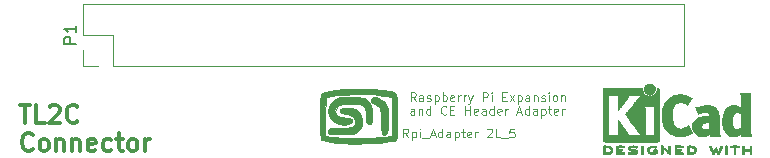
<source format=gbr>
G04 #@! TF.FileFunction,Legend,Top*
%FSLAX46Y46*%
G04 Gerber Fmt 4.6, Leading zero omitted, Abs format (unit mm)*
G04 Created by KiCad (PCBNEW 4.0.0-rc1-stable) date 17/10/2017 17:51:27*
%MOMM*%
G01*
G04 APERTURE LIST*
%ADD10C,0.076200*%
%ADD11C,0.300000*%
%ADD12C,0.100000*%
%ADD13C,0.120000*%
%ADD14C,0.010000*%
%ADD15C,0.150000*%
G04 APERTURE END LIST*
D10*
D11*
X157871857Y-59082571D02*
X158729000Y-59082571D01*
X158300429Y-60582571D02*
X158300429Y-59082571D01*
X159943286Y-60582571D02*
X159229000Y-60582571D01*
X159229000Y-59082571D01*
X160371857Y-59225429D02*
X160443286Y-59154000D01*
X160586143Y-59082571D01*
X160943286Y-59082571D01*
X161086143Y-59154000D01*
X161157572Y-59225429D01*
X161229000Y-59368286D01*
X161229000Y-59511143D01*
X161157572Y-59725429D01*
X160300429Y-60582571D01*
X161229000Y-60582571D01*
X162729000Y-60439714D02*
X162657571Y-60511143D01*
X162443285Y-60582571D01*
X162300428Y-60582571D01*
X162086143Y-60511143D01*
X161943285Y-60368286D01*
X161871857Y-60225429D01*
X161800428Y-59939714D01*
X161800428Y-59725429D01*
X161871857Y-59439714D01*
X161943285Y-59296857D01*
X162086143Y-59154000D01*
X162300428Y-59082571D01*
X162443285Y-59082571D01*
X162657571Y-59154000D01*
X162729000Y-59225429D01*
X158943286Y-62839714D02*
X158871857Y-62911143D01*
X158657571Y-62982571D01*
X158514714Y-62982571D01*
X158300429Y-62911143D01*
X158157571Y-62768286D01*
X158086143Y-62625429D01*
X158014714Y-62339714D01*
X158014714Y-62125429D01*
X158086143Y-61839714D01*
X158157571Y-61696857D01*
X158300429Y-61554000D01*
X158514714Y-61482571D01*
X158657571Y-61482571D01*
X158871857Y-61554000D01*
X158943286Y-61625429D01*
X159800429Y-62982571D02*
X159657571Y-62911143D01*
X159586143Y-62839714D01*
X159514714Y-62696857D01*
X159514714Y-62268286D01*
X159586143Y-62125429D01*
X159657571Y-62054000D01*
X159800429Y-61982571D01*
X160014714Y-61982571D01*
X160157571Y-62054000D01*
X160229000Y-62125429D01*
X160300429Y-62268286D01*
X160300429Y-62696857D01*
X160229000Y-62839714D01*
X160157571Y-62911143D01*
X160014714Y-62982571D01*
X159800429Y-62982571D01*
X160943286Y-61982571D02*
X160943286Y-62982571D01*
X160943286Y-62125429D02*
X161014714Y-62054000D01*
X161157572Y-61982571D01*
X161371857Y-61982571D01*
X161514714Y-62054000D01*
X161586143Y-62196857D01*
X161586143Y-62982571D01*
X162300429Y-61982571D02*
X162300429Y-62982571D01*
X162300429Y-62125429D02*
X162371857Y-62054000D01*
X162514715Y-61982571D01*
X162729000Y-61982571D01*
X162871857Y-62054000D01*
X162943286Y-62196857D01*
X162943286Y-62982571D01*
X164229000Y-62911143D02*
X164086143Y-62982571D01*
X163800429Y-62982571D01*
X163657572Y-62911143D01*
X163586143Y-62768286D01*
X163586143Y-62196857D01*
X163657572Y-62054000D01*
X163800429Y-61982571D01*
X164086143Y-61982571D01*
X164229000Y-62054000D01*
X164300429Y-62196857D01*
X164300429Y-62339714D01*
X163586143Y-62482571D01*
X165586143Y-62911143D02*
X165443286Y-62982571D01*
X165157572Y-62982571D01*
X165014714Y-62911143D01*
X164943286Y-62839714D01*
X164871857Y-62696857D01*
X164871857Y-62268286D01*
X164943286Y-62125429D01*
X165014714Y-62054000D01*
X165157572Y-61982571D01*
X165443286Y-61982571D01*
X165586143Y-62054000D01*
X166014714Y-61982571D02*
X166586143Y-61982571D01*
X166229000Y-61482571D02*
X166229000Y-62768286D01*
X166300428Y-62911143D01*
X166443286Y-62982571D01*
X166586143Y-62982571D01*
X167300429Y-62982571D02*
X167157571Y-62911143D01*
X167086143Y-62839714D01*
X167014714Y-62696857D01*
X167014714Y-62268286D01*
X167086143Y-62125429D01*
X167157571Y-62054000D01*
X167300429Y-61982571D01*
X167514714Y-61982571D01*
X167657571Y-62054000D01*
X167729000Y-62125429D01*
X167800429Y-62268286D01*
X167800429Y-62696857D01*
X167729000Y-62839714D01*
X167657571Y-62911143D01*
X167514714Y-62982571D01*
X167300429Y-62982571D01*
X168443286Y-62982571D02*
X168443286Y-61982571D01*
X168443286Y-62268286D02*
X168514714Y-62125429D01*
X168586143Y-62054000D01*
X168729000Y-61982571D01*
X168871857Y-61982571D01*
D12*
X190732143Y-61839286D02*
X190482143Y-61482143D01*
X190303571Y-61839286D02*
X190303571Y-61089286D01*
X190589286Y-61089286D01*
X190660714Y-61125000D01*
X190696429Y-61160714D01*
X190732143Y-61232143D01*
X190732143Y-61339286D01*
X190696429Y-61410714D01*
X190660714Y-61446429D01*
X190589286Y-61482143D01*
X190303571Y-61482143D01*
X191053571Y-61339286D02*
X191053571Y-62089286D01*
X191053571Y-61375000D02*
X191125000Y-61339286D01*
X191267857Y-61339286D01*
X191339286Y-61375000D01*
X191375000Y-61410714D01*
X191410714Y-61482143D01*
X191410714Y-61696429D01*
X191375000Y-61767857D01*
X191339286Y-61803571D01*
X191267857Y-61839286D01*
X191125000Y-61839286D01*
X191053571Y-61803571D01*
X191732142Y-61839286D02*
X191732142Y-61339286D01*
X191732142Y-61089286D02*
X191696428Y-61125000D01*
X191732142Y-61160714D01*
X191767857Y-61125000D01*
X191732142Y-61089286D01*
X191732142Y-61160714D01*
X191910714Y-61910714D02*
X192482143Y-61910714D01*
X192625000Y-61625000D02*
X192982143Y-61625000D01*
X192553572Y-61839286D02*
X192803572Y-61089286D01*
X193053572Y-61839286D01*
X193625000Y-61839286D02*
X193625000Y-61089286D01*
X193625000Y-61803571D02*
X193553571Y-61839286D01*
X193410714Y-61839286D01*
X193339286Y-61803571D01*
X193303571Y-61767857D01*
X193267857Y-61696429D01*
X193267857Y-61482143D01*
X193303571Y-61410714D01*
X193339286Y-61375000D01*
X193410714Y-61339286D01*
X193553571Y-61339286D01*
X193625000Y-61375000D01*
X194303571Y-61839286D02*
X194303571Y-61446429D01*
X194267857Y-61375000D01*
X194196428Y-61339286D01*
X194053571Y-61339286D01*
X193982142Y-61375000D01*
X194303571Y-61803571D02*
X194232142Y-61839286D01*
X194053571Y-61839286D01*
X193982142Y-61803571D01*
X193946428Y-61732143D01*
X193946428Y-61660714D01*
X193982142Y-61589286D01*
X194053571Y-61553571D01*
X194232142Y-61553571D01*
X194303571Y-61517857D01*
X194660713Y-61339286D02*
X194660713Y-62089286D01*
X194660713Y-61375000D02*
X194732142Y-61339286D01*
X194874999Y-61339286D01*
X194946428Y-61375000D01*
X194982142Y-61410714D01*
X195017856Y-61482143D01*
X195017856Y-61696429D01*
X194982142Y-61767857D01*
X194946428Y-61803571D01*
X194874999Y-61839286D01*
X194732142Y-61839286D01*
X194660713Y-61803571D01*
X195232142Y-61339286D02*
X195517856Y-61339286D01*
X195339284Y-61089286D02*
X195339284Y-61732143D01*
X195374999Y-61803571D01*
X195446427Y-61839286D01*
X195517856Y-61839286D01*
X196053570Y-61803571D02*
X195982141Y-61839286D01*
X195839284Y-61839286D01*
X195767855Y-61803571D01*
X195732141Y-61732143D01*
X195732141Y-61446429D01*
X195767855Y-61375000D01*
X195839284Y-61339286D01*
X195982141Y-61339286D01*
X196053570Y-61375000D01*
X196089284Y-61446429D01*
X196089284Y-61517857D01*
X195732141Y-61589286D01*
X196410712Y-61839286D02*
X196410712Y-61339286D01*
X196410712Y-61482143D02*
X196446427Y-61410714D01*
X196482141Y-61375000D01*
X196553570Y-61339286D01*
X196624998Y-61339286D01*
X197410713Y-61160714D02*
X197446427Y-61125000D01*
X197517856Y-61089286D01*
X197696427Y-61089286D01*
X197767856Y-61125000D01*
X197803570Y-61160714D01*
X197839285Y-61232143D01*
X197839285Y-61303571D01*
X197803570Y-61410714D01*
X197374999Y-61839286D01*
X197839285Y-61839286D01*
X198517856Y-61839286D02*
X198160713Y-61839286D01*
X198160713Y-61089286D01*
X198589285Y-61910714D02*
X199160714Y-61910714D01*
X199696428Y-61089286D02*
X199339285Y-61089286D01*
X199303571Y-61446429D01*
X199339285Y-61410714D01*
X199410714Y-61375000D01*
X199589285Y-61375000D01*
X199660714Y-61410714D01*
X199696428Y-61446429D01*
X199732143Y-61517857D01*
X199732143Y-61696429D01*
X199696428Y-61767857D01*
X199660714Y-61803571D01*
X199589285Y-61839286D01*
X199410714Y-61839286D01*
X199339285Y-61803571D01*
X199303571Y-61767857D01*
X191357143Y-58764286D02*
X191107143Y-58407143D01*
X190928571Y-58764286D02*
X190928571Y-58014286D01*
X191214286Y-58014286D01*
X191285714Y-58050000D01*
X191321429Y-58085714D01*
X191357143Y-58157143D01*
X191357143Y-58264286D01*
X191321429Y-58335714D01*
X191285714Y-58371429D01*
X191214286Y-58407143D01*
X190928571Y-58407143D01*
X192000000Y-58764286D02*
X192000000Y-58371429D01*
X191964286Y-58300000D01*
X191892857Y-58264286D01*
X191750000Y-58264286D01*
X191678571Y-58300000D01*
X192000000Y-58728571D02*
X191928571Y-58764286D01*
X191750000Y-58764286D01*
X191678571Y-58728571D01*
X191642857Y-58657143D01*
X191642857Y-58585714D01*
X191678571Y-58514286D01*
X191750000Y-58478571D01*
X191928571Y-58478571D01*
X192000000Y-58442857D01*
X192321428Y-58728571D02*
X192392857Y-58764286D01*
X192535714Y-58764286D01*
X192607142Y-58728571D01*
X192642857Y-58657143D01*
X192642857Y-58621429D01*
X192607142Y-58550000D01*
X192535714Y-58514286D01*
X192428571Y-58514286D01*
X192357142Y-58478571D01*
X192321428Y-58407143D01*
X192321428Y-58371429D01*
X192357142Y-58300000D01*
X192428571Y-58264286D01*
X192535714Y-58264286D01*
X192607142Y-58300000D01*
X192964285Y-58264286D02*
X192964285Y-59014286D01*
X192964285Y-58300000D02*
X193035714Y-58264286D01*
X193178571Y-58264286D01*
X193250000Y-58300000D01*
X193285714Y-58335714D01*
X193321428Y-58407143D01*
X193321428Y-58621429D01*
X193285714Y-58692857D01*
X193250000Y-58728571D01*
X193178571Y-58764286D01*
X193035714Y-58764286D01*
X192964285Y-58728571D01*
X193642856Y-58764286D02*
X193642856Y-58014286D01*
X193642856Y-58300000D02*
X193714285Y-58264286D01*
X193857142Y-58264286D01*
X193928571Y-58300000D01*
X193964285Y-58335714D01*
X193999999Y-58407143D01*
X193999999Y-58621429D01*
X193964285Y-58692857D01*
X193928571Y-58728571D01*
X193857142Y-58764286D01*
X193714285Y-58764286D01*
X193642856Y-58728571D01*
X194607142Y-58728571D02*
X194535713Y-58764286D01*
X194392856Y-58764286D01*
X194321427Y-58728571D01*
X194285713Y-58657143D01*
X194285713Y-58371429D01*
X194321427Y-58300000D01*
X194392856Y-58264286D01*
X194535713Y-58264286D01*
X194607142Y-58300000D01*
X194642856Y-58371429D01*
X194642856Y-58442857D01*
X194285713Y-58514286D01*
X194964284Y-58764286D02*
X194964284Y-58264286D01*
X194964284Y-58407143D02*
X194999999Y-58335714D01*
X195035713Y-58300000D01*
X195107142Y-58264286D01*
X195178570Y-58264286D01*
X195428570Y-58764286D02*
X195428570Y-58264286D01*
X195428570Y-58407143D02*
X195464285Y-58335714D01*
X195499999Y-58300000D01*
X195571428Y-58264286D01*
X195642856Y-58264286D01*
X195821428Y-58264286D02*
X195999999Y-58764286D01*
X196178571Y-58264286D02*
X195999999Y-58764286D01*
X195928571Y-58942857D01*
X195892856Y-58978571D01*
X195821428Y-59014286D01*
X197035714Y-58764286D02*
X197035714Y-58014286D01*
X197321429Y-58014286D01*
X197392857Y-58050000D01*
X197428572Y-58085714D01*
X197464286Y-58157143D01*
X197464286Y-58264286D01*
X197428572Y-58335714D01*
X197392857Y-58371429D01*
X197321429Y-58407143D01*
X197035714Y-58407143D01*
X197785714Y-58764286D02*
X197785714Y-58264286D01*
X197785714Y-58014286D02*
X197750000Y-58050000D01*
X197785714Y-58085714D01*
X197821429Y-58050000D01*
X197785714Y-58014286D01*
X197785714Y-58085714D01*
X198714286Y-58371429D02*
X198964286Y-58371429D01*
X199071429Y-58764286D02*
X198714286Y-58764286D01*
X198714286Y-58014286D01*
X199071429Y-58014286D01*
X199321429Y-58764286D02*
X199714286Y-58264286D01*
X199321429Y-58264286D02*
X199714286Y-58764286D01*
X200000000Y-58264286D02*
X200000000Y-59014286D01*
X200000000Y-58300000D02*
X200071429Y-58264286D01*
X200214286Y-58264286D01*
X200285715Y-58300000D01*
X200321429Y-58335714D01*
X200357143Y-58407143D01*
X200357143Y-58621429D01*
X200321429Y-58692857D01*
X200285715Y-58728571D01*
X200214286Y-58764286D01*
X200071429Y-58764286D01*
X200000000Y-58728571D01*
X201000000Y-58764286D02*
X201000000Y-58371429D01*
X200964286Y-58300000D01*
X200892857Y-58264286D01*
X200750000Y-58264286D01*
X200678571Y-58300000D01*
X201000000Y-58728571D02*
X200928571Y-58764286D01*
X200750000Y-58764286D01*
X200678571Y-58728571D01*
X200642857Y-58657143D01*
X200642857Y-58585714D01*
X200678571Y-58514286D01*
X200750000Y-58478571D01*
X200928571Y-58478571D01*
X201000000Y-58442857D01*
X201357142Y-58264286D02*
X201357142Y-58764286D01*
X201357142Y-58335714D02*
X201392857Y-58300000D01*
X201464285Y-58264286D01*
X201571428Y-58264286D01*
X201642857Y-58300000D01*
X201678571Y-58371429D01*
X201678571Y-58764286D01*
X201999999Y-58728571D02*
X202071428Y-58764286D01*
X202214285Y-58764286D01*
X202285713Y-58728571D01*
X202321428Y-58657143D01*
X202321428Y-58621429D01*
X202285713Y-58550000D01*
X202214285Y-58514286D01*
X202107142Y-58514286D01*
X202035713Y-58478571D01*
X201999999Y-58407143D01*
X201999999Y-58371429D01*
X202035713Y-58300000D01*
X202107142Y-58264286D01*
X202214285Y-58264286D01*
X202285713Y-58300000D01*
X202642856Y-58764286D02*
X202642856Y-58264286D01*
X202642856Y-58014286D02*
X202607142Y-58050000D01*
X202642856Y-58085714D01*
X202678571Y-58050000D01*
X202642856Y-58014286D01*
X202642856Y-58085714D01*
X203107142Y-58764286D02*
X203035714Y-58728571D01*
X202999999Y-58692857D01*
X202964285Y-58621429D01*
X202964285Y-58407143D01*
X202999999Y-58335714D01*
X203035714Y-58300000D01*
X203107142Y-58264286D01*
X203214285Y-58264286D01*
X203285714Y-58300000D01*
X203321428Y-58335714D01*
X203357142Y-58407143D01*
X203357142Y-58621429D01*
X203321428Y-58692857D01*
X203285714Y-58728571D01*
X203214285Y-58764286D01*
X203107142Y-58764286D01*
X203678570Y-58264286D02*
X203678570Y-58764286D01*
X203678570Y-58335714D02*
X203714285Y-58300000D01*
X203785713Y-58264286D01*
X203892856Y-58264286D01*
X203964285Y-58300000D01*
X203999999Y-58371429D01*
X203999999Y-58764286D01*
X191250000Y-59914286D02*
X191250000Y-59521429D01*
X191214286Y-59450000D01*
X191142857Y-59414286D01*
X191000000Y-59414286D01*
X190928571Y-59450000D01*
X191250000Y-59878571D02*
X191178571Y-59914286D01*
X191000000Y-59914286D01*
X190928571Y-59878571D01*
X190892857Y-59807143D01*
X190892857Y-59735714D01*
X190928571Y-59664286D01*
X191000000Y-59628571D01*
X191178571Y-59628571D01*
X191250000Y-59592857D01*
X191607142Y-59414286D02*
X191607142Y-59914286D01*
X191607142Y-59485714D02*
X191642857Y-59450000D01*
X191714285Y-59414286D01*
X191821428Y-59414286D01*
X191892857Y-59450000D01*
X191928571Y-59521429D01*
X191928571Y-59914286D01*
X192607142Y-59914286D02*
X192607142Y-59164286D01*
X192607142Y-59878571D02*
X192535713Y-59914286D01*
X192392856Y-59914286D01*
X192321428Y-59878571D01*
X192285713Y-59842857D01*
X192249999Y-59771429D01*
X192249999Y-59557143D01*
X192285713Y-59485714D01*
X192321428Y-59450000D01*
X192392856Y-59414286D01*
X192535713Y-59414286D01*
X192607142Y-59450000D01*
X193964285Y-59842857D02*
X193928571Y-59878571D01*
X193821428Y-59914286D01*
X193749999Y-59914286D01*
X193642856Y-59878571D01*
X193571428Y-59807143D01*
X193535713Y-59735714D01*
X193499999Y-59592857D01*
X193499999Y-59485714D01*
X193535713Y-59342857D01*
X193571428Y-59271429D01*
X193642856Y-59200000D01*
X193749999Y-59164286D01*
X193821428Y-59164286D01*
X193928571Y-59200000D01*
X193964285Y-59235714D01*
X194285713Y-59521429D02*
X194535713Y-59521429D01*
X194642856Y-59914286D02*
X194285713Y-59914286D01*
X194285713Y-59164286D01*
X194642856Y-59164286D01*
X195535713Y-59914286D02*
X195535713Y-59164286D01*
X195535713Y-59521429D02*
X195964285Y-59521429D01*
X195964285Y-59914286D02*
X195964285Y-59164286D01*
X196607142Y-59878571D02*
X196535713Y-59914286D01*
X196392856Y-59914286D01*
X196321427Y-59878571D01*
X196285713Y-59807143D01*
X196285713Y-59521429D01*
X196321427Y-59450000D01*
X196392856Y-59414286D01*
X196535713Y-59414286D01*
X196607142Y-59450000D01*
X196642856Y-59521429D01*
X196642856Y-59592857D01*
X196285713Y-59664286D01*
X197285713Y-59914286D02*
X197285713Y-59521429D01*
X197249999Y-59450000D01*
X197178570Y-59414286D01*
X197035713Y-59414286D01*
X196964284Y-59450000D01*
X197285713Y-59878571D02*
X197214284Y-59914286D01*
X197035713Y-59914286D01*
X196964284Y-59878571D01*
X196928570Y-59807143D01*
X196928570Y-59735714D01*
X196964284Y-59664286D01*
X197035713Y-59628571D01*
X197214284Y-59628571D01*
X197285713Y-59592857D01*
X197964284Y-59914286D02*
X197964284Y-59164286D01*
X197964284Y-59878571D02*
X197892855Y-59914286D01*
X197749998Y-59914286D01*
X197678570Y-59878571D01*
X197642855Y-59842857D01*
X197607141Y-59771429D01*
X197607141Y-59557143D01*
X197642855Y-59485714D01*
X197678570Y-59450000D01*
X197749998Y-59414286D01*
X197892855Y-59414286D01*
X197964284Y-59450000D01*
X198607141Y-59878571D02*
X198535712Y-59914286D01*
X198392855Y-59914286D01*
X198321426Y-59878571D01*
X198285712Y-59807143D01*
X198285712Y-59521429D01*
X198321426Y-59450000D01*
X198392855Y-59414286D01*
X198535712Y-59414286D01*
X198607141Y-59450000D01*
X198642855Y-59521429D01*
X198642855Y-59592857D01*
X198285712Y-59664286D01*
X198964283Y-59914286D02*
X198964283Y-59414286D01*
X198964283Y-59557143D02*
X198999998Y-59485714D01*
X199035712Y-59450000D01*
X199107141Y-59414286D01*
X199178569Y-59414286D01*
X199964284Y-59700000D02*
X200321427Y-59700000D01*
X199892856Y-59914286D02*
X200142856Y-59164286D01*
X200392856Y-59914286D01*
X200964284Y-59914286D02*
X200964284Y-59164286D01*
X200964284Y-59878571D02*
X200892855Y-59914286D01*
X200749998Y-59914286D01*
X200678570Y-59878571D01*
X200642855Y-59842857D01*
X200607141Y-59771429D01*
X200607141Y-59557143D01*
X200642855Y-59485714D01*
X200678570Y-59450000D01*
X200749998Y-59414286D01*
X200892855Y-59414286D01*
X200964284Y-59450000D01*
X201642855Y-59914286D02*
X201642855Y-59521429D01*
X201607141Y-59450000D01*
X201535712Y-59414286D01*
X201392855Y-59414286D01*
X201321426Y-59450000D01*
X201642855Y-59878571D02*
X201571426Y-59914286D01*
X201392855Y-59914286D01*
X201321426Y-59878571D01*
X201285712Y-59807143D01*
X201285712Y-59735714D01*
X201321426Y-59664286D01*
X201392855Y-59628571D01*
X201571426Y-59628571D01*
X201642855Y-59592857D01*
X201999997Y-59414286D02*
X201999997Y-60164286D01*
X201999997Y-59450000D02*
X202071426Y-59414286D01*
X202214283Y-59414286D01*
X202285712Y-59450000D01*
X202321426Y-59485714D01*
X202357140Y-59557143D01*
X202357140Y-59771429D01*
X202321426Y-59842857D01*
X202285712Y-59878571D01*
X202214283Y-59914286D01*
X202071426Y-59914286D01*
X201999997Y-59878571D01*
X202571426Y-59414286D02*
X202857140Y-59414286D01*
X202678568Y-59164286D02*
X202678568Y-59807143D01*
X202714283Y-59878571D01*
X202785711Y-59914286D01*
X202857140Y-59914286D01*
X203392854Y-59878571D02*
X203321425Y-59914286D01*
X203178568Y-59914286D01*
X203107139Y-59878571D01*
X203071425Y-59807143D01*
X203071425Y-59521429D01*
X203107139Y-59450000D01*
X203178568Y-59414286D01*
X203321425Y-59414286D01*
X203392854Y-59450000D01*
X203428568Y-59521429D01*
X203428568Y-59592857D01*
X203071425Y-59664286D01*
X203749996Y-59914286D02*
X203749996Y-59414286D01*
X203749996Y-59557143D02*
X203785711Y-59485714D01*
X203821425Y-59450000D01*
X203892854Y-59414286D01*
X203964282Y-59414286D01*
D13*
X214080000Y-55750000D02*
X214080000Y-50550000D01*
X165760000Y-55750000D02*
X214080000Y-55750000D01*
X163160000Y-50550000D02*
X214080000Y-50550000D01*
X165760000Y-55750000D02*
X165760000Y-53150000D01*
X165760000Y-53150000D02*
X163160000Y-53150000D01*
X163160000Y-53150000D02*
X163160000Y-50550000D01*
X164490000Y-55750000D02*
X163160000Y-55750000D01*
X163160000Y-55750000D02*
X163160000Y-54420000D01*
D14*
G36*
X207378629Y-62519066D02*
X207418111Y-62519467D01*
X207533800Y-62522259D01*
X207630689Y-62530550D01*
X207712081Y-62545232D01*
X207781277Y-62567193D01*
X207841580Y-62597322D01*
X207896292Y-62636510D01*
X207915833Y-62653532D01*
X207948250Y-62693363D01*
X207977480Y-62747413D01*
X208000009Y-62807323D01*
X208012321Y-62864739D01*
X208013600Y-62885956D01*
X208005583Y-62944769D01*
X207984101Y-63009013D01*
X207953001Y-63069821D01*
X207916134Y-63118330D01*
X207910146Y-63124182D01*
X207859421Y-63165321D01*
X207803875Y-63197435D01*
X207740304Y-63221365D01*
X207665506Y-63237953D01*
X207576278Y-63248041D01*
X207469418Y-63252469D01*
X207420472Y-63252845D01*
X207358238Y-63252545D01*
X207314472Y-63251292D01*
X207285069Y-63248554D01*
X207265921Y-63243801D01*
X207252923Y-63236501D01*
X207245955Y-63230267D01*
X207239374Y-63222694D01*
X207234212Y-63212924D01*
X207230297Y-63198340D01*
X207227457Y-63176326D01*
X207225520Y-63144264D01*
X207224316Y-63099536D01*
X207223672Y-63039526D01*
X207223417Y-62961617D01*
X207223378Y-62885956D01*
X207223130Y-62785041D01*
X207223183Y-62704427D01*
X207224143Y-62665822D01*
X207370133Y-62665822D01*
X207370133Y-63106089D01*
X207463266Y-63106004D01*
X207519307Y-63104396D01*
X207578001Y-63100256D01*
X207626972Y-63094464D01*
X207628462Y-63094226D01*
X207707608Y-63075090D01*
X207768998Y-63045287D01*
X207815695Y-63002878D01*
X207845365Y-62956961D01*
X207863647Y-62906026D01*
X207862229Y-62858200D01*
X207841012Y-62806933D01*
X207799511Y-62753899D01*
X207742002Y-62714600D01*
X207667250Y-62688331D01*
X207617292Y-62679035D01*
X207560584Y-62672507D01*
X207500481Y-62667782D01*
X207449361Y-62665817D01*
X207446333Y-62665808D01*
X207370133Y-62665822D01*
X207224143Y-62665822D01*
X207224740Y-62641851D01*
X207229002Y-62595055D01*
X207237170Y-62561778D01*
X207250444Y-62539759D01*
X207270026Y-62526739D01*
X207297117Y-62520457D01*
X207332918Y-62518653D01*
X207378629Y-62519066D01*
X207378629Y-62519066D01*
G37*
X207378629Y-62519066D02*
X207418111Y-62519467D01*
X207533800Y-62522259D01*
X207630689Y-62530550D01*
X207712081Y-62545232D01*
X207781277Y-62567193D01*
X207841580Y-62597322D01*
X207896292Y-62636510D01*
X207915833Y-62653532D01*
X207948250Y-62693363D01*
X207977480Y-62747413D01*
X208000009Y-62807323D01*
X208012321Y-62864739D01*
X208013600Y-62885956D01*
X208005583Y-62944769D01*
X207984101Y-63009013D01*
X207953001Y-63069821D01*
X207916134Y-63118330D01*
X207910146Y-63124182D01*
X207859421Y-63165321D01*
X207803875Y-63197435D01*
X207740304Y-63221365D01*
X207665506Y-63237953D01*
X207576278Y-63248041D01*
X207469418Y-63252469D01*
X207420472Y-63252845D01*
X207358238Y-63252545D01*
X207314472Y-63251292D01*
X207285069Y-63248554D01*
X207265921Y-63243801D01*
X207252923Y-63236501D01*
X207245955Y-63230267D01*
X207239374Y-63222694D01*
X207234212Y-63212924D01*
X207230297Y-63198340D01*
X207227457Y-63176326D01*
X207225520Y-63144264D01*
X207224316Y-63099536D01*
X207223672Y-63039526D01*
X207223417Y-62961617D01*
X207223378Y-62885956D01*
X207223130Y-62785041D01*
X207223183Y-62704427D01*
X207224143Y-62665822D01*
X207370133Y-62665822D01*
X207370133Y-63106089D01*
X207463266Y-63106004D01*
X207519307Y-63104396D01*
X207578001Y-63100256D01*
X207626972Y-63094464D01*
X207628462Y-63094226D01*
X207707608Y-63075090D01*
X207768998Y-63045287D01*
X207815695Y-63002878D01*
X207845365Y-62956961D01*
X207863647Y-62906026D01*
X207862229Y-62858200D01*
X207841012Y-62806933D01*
X207799511Y-62753899D01*
X207742002Y-62714600D01*
X207667250Y-62688331D01*
X207617292Y-62679035D01*
X207560584Y-62672507D01*
X207500481Y-62667782D01*
X207449361Y-62665817D01*
X207446333Y-62665808D01*
X207370133Y-62665822D01*
X207224143Y-62665822D01*
X207224740Y-62641851D01*
X207229002Y-62595055D01*
X207237170Y-62561778D01*
X207250444Y-62539759D01*
X207270026Y-62526739D01*
X207297117Y-62520457D01*
X207332918Y-62518653D01*
X207378629Y-62519066D01*
G36*
X208787206Y-62519146D02*
X208856614Y-62519518D01*
X208909003Y-62520385D01*
X208947153Y-62521946D01*
X208973841Y-62524403D01*
X208991847Y-62527957D01*
X209003951Y-62532810D01*
X209012931Y-62539161D01*
X209016182Y-62542084D01*
X209035957Y-62573142D01*
X209039518Y-62608828D01*
X209026509Y-62640510D01*
X209020494Y-62646913D01*
X209010765Y-62653121D01*
X208995099Y-62657910D01*
X208970592Y-62661514D01*
X208934339Y-62664164D01*
X208883435Y-62666095D01*
X208814974Y-62667539D01*
X208752383Y-62668418D01*
X208504666Y-62671467D01*
X208501281Y-62736378D01*
X208497895Y-62801289D01*
X208666042Y-62801289D01*
X208739041Y-62801919D01*
X208792483Y-62804553D01*
X208829372Y-62810309D01*
X208852712Y-62820304D01*
X208865506Y-62835656D01*
X208870758Y-62857482D01*
X208871555Y-62877738D01*
X208869077Y-62902592D01*
X208859723Y-62920906D01*
X208840617Y-62933637D01*
X208808882Y-62941741D01*
X208761641Y-62946176D01*
X208696017Y-62947899D01*
X208660199Y-62948045D01*
X208499022Y-62948045D01*
X208499022Y-63106089D01*
X208747378Y-63106089D01*
X208828787Y-63106202D01*
X208890658Y-63106712D01*
X208936032Y-63107870D01*
X208967946Y-63109930D01*
X208989441Y-63113146D01*
X209003557Y-63117772D01*
X209013332Y-63124059D01*
X209018311Y-63128667D01*
X209035390Y-63155560D01*
X209040889Y-63179467D01*
X209033037Y-63208667D01*
X209018311Y-63230267D01*
X209010454Y-63237066D01*
X209000312Y-63242346D01*
X208985156Y-63246298D01*
X208962259Y-63249113D01*
X208928891Y-63250982D01*
X208882325Y-63252098D01*
X208819833Y-63252651D01*
X208738686Y-63252833D01*
X208696578Y-63252845D01*
X208606402Y-63252765D01*
X208536076Y-63252398D01*
X208482871Y-63251552D01*
X208444060Y-63250036D01*
X208416913Y-63247659D01*
X208398702Y-63244229D01*
X208386700Y-63239554D01*
X208378178Y-63233444D01*
X208374844Y-63230267D01*
X208368245Y-63222670D01*
X208363073Y-63212870D01*
X208359154Y-63198239D01*
X208356316Y-63176152D01*
X208354385Y-63143982D01*
X208353188Y-63099103D01*
X208352552Y-63038889D01*
X208352303Y-62960713D01*
X208352266Y-62887923D01*
X208352300Y-62794707D01*
X208352535Y-62721431D01*
X208353170Y-62665458D01*
X208354406Y-62624151D01*
X208356444Y-62594872D01*
X208359483Y-62574984D01*
X208363723Y-62561850D01*
X208369365Y-62552832D01*
X208376609Y-62545293D01*
X208378394Y-62543612D01*
X208387055Y-62536172D01*
X208397118Y-62530409D01*
X208411375Y-62526112D01*
X208432617Y-62523064D01*
X208463636Y-62521051D01*
X208507223Y-62519860D01*
X208566169Y-62519275D01*
X208643266Y-62519083D01*
X208697999Y-62519067D01*
X208787206Y-62519146D01*
X208787206Y-62519146D01*
G37*
X208787206Y-62519146D02*
X208856614Y-62519518D01*
X208909003Y-62520385D01*
X208947153Y-62521946D01*
X208973841Y-62524403D01*
X208991847Y-62527957D01*
X209003951Y-62532810D01*
X209012931Y-62539161D01*
X209016182Y-62542084D01*
X209035957Y-62573142D01*
X209039518Y-62608828D01*
X209026509Y-62640510D01*
X209020494Y-62646913D01*
X209010765Y-62653121D01*
X208995099Y-62657910D01*
X208970592Y-62661514D01*
X208934339Y-62664164D01*
X208883435Y-62666095D01*
X208814974Y-62667539D01*
X208752383Y-62668418D01*
X208504666Y-62671467D01*
X208501281Y-62736378D01*
X208497895Y-62801289D01*
X208666042Y-62801289D01*
X208739041Y-62801919D01*
X208792483Y-62804553D01*
X208829372Y-62810309D01*
X208852712Y-62820304D01*
X208865506Y-62835656D01*
X208870758Y-62857482D01*
X208871555Y-62877738D01*
X208869077Y-62902592D01*
X208859723Y-62920906D01*
X208840617Y-62933637D01*
X208808882Y-62941741D01*
X208761641Y-62946176D01*
X208696017Y-62947899D01*
X208660199Y-62948045D01*
X208499022Y-62948045D01*
X208499022Y-63106089D01*
X208747378Y-63106089D01*
X208828787Y-63106202D01*
X208890658Y-63106712D01*
X208936032Y-63107870D01*
X208967946Y-63109930D01*
X208989441Y-63113146D01*
X209003557Y-63117772D01*
X209013332Y-63124059D01*
X209018311Y-63128667D01*
X209035390Y-63155560D01*
X209040889Y-63179467D01*
X209033037Y-63208667D01*
X209018311Y-63230267D01*
X209010454Y-63237066D01*
X209000312Y-63242346D01*
X208985156Y-63246298D01*
X208962259Y-63249113D01*
X208928891Y-63250982D01*
X208882325Y-63252098D01*
X208819833Y-63252651D01*
X208738686Y-63252833D01*
X208696578Y-63252845D01*
X208606402Y-63252765D01*
X208536076Y-63252398D01*
X208482871Y-63251552D01*
X208444060Y-63250036D01*
X208416913Y-63247659D01*
X208398702Y-63244229D01*
X208386700Y-63239554D01*
X208378178Y-63233444D01*
X208374844Y-63230267D01*
X208368245Y-63222670D01*
X208363073Y-63212870D01*
X208359154Y-63198239D01*
X208356316Y-63176152D01*
X208354385Y-63143982D01*
X208353188Y-63099103D01*
X208352552Y-63038889D01*
X208352303Y-62960713D01*
X208352266Y-62887923D01*
X208352300Y-62794707D01*
X208352535Y-62721431D01*
X208353170Y-62665458D01*
X208354406Y-62624151D01*
X208356444Y-62594872D01*
X208359483Y-62574984D01*
X208363723Y-62561850D01*
X208369365Y-62552832D01*
X208376609Y-62545293D01*
X208378394Y-62543612D01*
X208387055Y-62536172D01*
X208397118Y-62530409D01*
X208411375Y-62526112D01*
X208432617Y-62523064D01*
X208463636Y-62521051D01*
X208507223Y-62519860D01*
X208566169Y-62519275D01*
X208643266Y-62519083D01*
X208697999Y-62519067D01*
X208787206Y-62519146D01*
G36*
X209808297Y-62520351D02*
X209883112Y-62525581D01*
X209952694Y-62533750D01*
X210012998Y-62544550D01*
X210059980Y-62557673D01*
X210089594Y-62572813D01*
X210094140Y-62577269D01*
X210109946Y-62611850D01*
X210105153Y-62647351D01*
X210080636Y-62677725D01*
X210079466Y-62678596D01*
X210065046Y-62687954D01*
X210049992Y-62692876D01*
X210028995Y-62693473D01*
X209996743Y-62689861D01*
X209947927Y-62682154D01*
X209944000Y-62681505D01*
X209871261Y-62672569D01*
X209792783Y-62668161D01*
X209714073Y-62668119D01*
X209640639Y-62672279D01*
X209577989Y-62680479D01*
X209531630Y-62692557D01*
X209528584Y-62693771D01*
X209494952Y-62712615D01*
X209483136Y-62731685D01*
X209492386Y-62750439D01*
X209521953Y-62768337D01*
X209571089Y-62784837D01*
X209639043Y-62799396D01*
X209684355Y-62806406D01*
X209778544Y-62819889D01*
X209853456Y-62832214D01*
X209912283Y-62844449D01*
X209958215Y-62857661D01*
X209994445Y-62872917D01*
X210024162Y-62891285D01*
X210050558Y-62913831D01*
X210071770Y-62935971D01*
X210096935Y-62966819D01*
X210109319Y-62993345D01*
X210113192Y-63026026D01*
X210113333Y-63037995D01*
X210110424Y-63077712D01*
X210098798Y-63107259D01*
X210078677Y-63133486D01*
X210037784Y-63173576D01*
X209992183Y-63204149D01*
X209938487Y-63226203D01*
X209873308Y-63240735D01*
X209793256Y-63248741D01*
X209694943Y-63251218D01*
X209678711Y-63251177D01*
X209613151Y-63249818D01*
X209548134Y-63246730D01*
X209490748Y-63242356D01*
X209448078Y-63237140D01*
X209444628Y-63236541D01*
X209402204Y-63226491D01*
X209366220Y-63213796D01*
X209345850Y-63202190D01*
X209326893Y-63171572D01*
X209325573Y-63135918D01*
X209341915Y-63104144D01*
X209345571Y-63100551D01*
X209360685Y-63089876D01*
X209379585Y-63085276D01*
X209408838Y-63086059D01*
X209444349Y-63090127D01*
X209484030Y-63093762D01*
X209539655Y-63096828D01*
X209604594Y-63099053D01*
X209672215Y-63100164D01*
X209690000Y-63100237D01*
X209757872Y-63099964D01*
X209807546Y-63098646D01*
X209843390Y-63095827D01*
X209869776Y-63091050D01*
X209891074Y-63083857D01*
X209903874Y-63077867D01*
X209932000Y-63061233D01*
X209949932Y-63046168D01*
X209952553Y-63041897D01*
X209947024Y-63024263D01*
X209920740Y-63007192D01*
X209875522Y-62991458D01*
X209813192Y-62977838D01*
X209794829Y-62974804D01*
X209698910Y-62959738D01*
X209622359Y-62947146D01*
X209562220Y-62936111D01*
X209515540Y-62925720D01*
X209479363Y-62915056D01*
X209450735Y-62903205D01*
X209426702Y-62889251D01*
X209404308Y-62872281D01*
X209380598Y-62851378D01*
X209372620Y-62844049D01*
X209344647Y-62816699D01*
X209329840Y-62795029D01*
X209324048Y-62770232D01*
X209323111Y-62738983D01*
X209333425Y-62677705D01*
X209364248Y-62625640D01*
X209415405Y-62582958D01*
X209486717Y-62549825D01*
X209537600Y-62534964D01*
X209592900Y-62525366D01*
X209659147Y-62519936D01*
X209732294Y-62518367D01*
X209808297Y-62520351D01*
X209808297Y-62520351D01*
G37*
X209808297Y-62520351D02*
X209883112Y-62525581D01*
X209952694Y-62533750D01*
X210012998Y-62544550D01*
X210059980Y-62557673D01*
X210089594Y-62572813D01*
X210094140Y-62577269D01*
X210109946Y-62611850D01*
X210105153Y-62647351D01*
X210080636Y-62677725D01*
X210079466Y-62678596D01*
X210065046Y-62687954D01*
X210049992Y-62692876D01*
X210028995Y-62693473D01*
X209996743Y-62689861D01*
X209947927Y-62682154D01*
X209944000Y-62681505D01*
X209871261Y-62672569D01*
X209792783Y-62668161D01*
X209714073Y-62668119D01*
X209640639Y-62672279D01*
X209577989Y-62680479D01*
X209531630Y-62692557D01*
X209528584Y-62693771D01*
X209494952Y-62712615D01*
X209483136Y-62731685D01*
X209492386Y-62750439D01*
X209521953Y-62768337D01*
X209571089Y-62784837D01*
X209639043Y-62799396D01*
X209684355Y-62806406D01*
X209778544Y-62819889D01*
X209853456Y-62832214D01*
X209912283Y-62844449D01*
X209958215Y-62857661D01*
X209994445Y-62872917D01*
X210024162Y-62891285D01*
X210050558Y-62913831D01*
X210071770Y-62935971D01*
X210096935Y-62966819D01*
X210109319Y-62993345D01*
X210113192Y-63026026D01*
X210113333Y-63037995D01*
X210110424Y-63077712D01*
X210098798Y-63107259D01*
X210078677Y-63133486D01*
X210037784Y-63173576D01*
X209992183Y-63204149D01*
X209938487Y-63226203D01*
X209873308Y-63240735D01*
X209793256Y-63248741D01*
X209694943Y-63251218D01*
X209678711Y-63251177D01*
X209613151Y-63249818D01*
X209548134Y-63246730D01*
X209490748Y-63242356D01*
X209448078Y-63237140D01*
X209444628Y-63236541D01*
X209402204Y-63226491D01*
X209366220Y-63213796D01*
X209345850Y-63202190D01*
X209326893Y-63171572D01*
X209325573Y-63135918D01*
X209341915Y-63104144D01*
X209345571Y-63100551D01*
X209360685Y-63089876D01*
X209379585Y-63085276D01*
X209408838Y-63086059D01*
X209444349Y-63090127D01*
X209484030Y-63093762D01*
X209539655Y-63096828D01*
X209604594Y-63099053D01*
X209672215Y-63100164D01*
X209690000Y-63100237D01*
X209757872Y-63099964D01*
X209807546Y-63098646D01*
X209843390Y-63095827D01*
X209869776Y-63091050D01*
X209891074Y-63083857D01*
X209903874Y-63077867D01*
X209932000Y-63061233D01*
X209949932Y-63046168D01*
X209952553Y-63041897D01*
X209947024Y-63024263D01*
X209920740Y-63007192D01*
X209875522Y-62991458D01*
X209813192Y-62977838D01*
X209794829Y-62974804D01*
X209698910Y-62959738D01*
X209622359Y-62947146D01*
X209562220Y-62936111D01*
X209515540Y-62925720D01*
X209479363Y-62915056D01*
X209450735Y-62903205D01*
X209426702Y-62889251D01*
X209404308Y-62872281D01*
X209380598Y-62851378D01*
X209372620Y-62844049D01*
X209344647Y-62816699D01*
X209329840Y-62795029D01*
X209324048Y-62770232D01*
X209323111Y-62738983D01*
X209333425Y-62677705D01*
X209364248Y-62625640D01*
X209415405Y-62582958D01*
X209486717Y-62549825D01*
X209537600Y-62534964D01*
X209592900Y-62525366D01*
X209659147Y-62519936D01*
X209732294Y-62518367D01*
X209808297Y-62520351D01*
G36*
X210576178Y-62541645D02*
X210582758Y-62549218D01*
X210587921Y-62558987D01*
X210591836Y-62573571D01*
X210594676Y-62595585D01*
X210596613Y-62627648D01*
X210597817Y-62672375D01*
X210598461Y-62732385D01*
X210598716Y-62810294D01*
X210598755Y-62885956D01*
X210598686Y-62979802D01*
X210598362Y-63053689D01*
X210597614Y-63110232D01*
X210596268Y-63152049D01*
X210594154Y-63181757D01*
X210591100Y-63201973D01*
X210586934Y-63215314D01*
X210581484Y-63224398D01*
X210576178Y-63230267D01*
X210543174Y-63249947D01*
X210508009Y-63248181D01*
X210476545Y-63226717D01*
X210469316Y-63218337D01*
X210463666Y-63208614D01*
X210459401Y-63194861D01*
X210456327Y-63174389D01*
X210454248Y-63144512D01*
X210452970Y-63102541D01*
X210452299Y-63045789D01*
X210452041Y-62971567D01*
X210452000Y-62887537D01*
X210452000Y-62574485D01*
X210479709Y-62546776D01*
X210513863Y-62523463D01*
X210546994Y-62522623D01*
X210576178Y-62541645D01*
X210576178Y-62541645D01*
G37*
X210576178Y-62541645D02*
X210582758Y-62549218D01*
X210587921Y-62558987D01*
X210591836Y-62573571D01*
X210594676Y-62595585D01*
X210596613Y-62627648D01*
X210597817Y-62672375D01*
X210598461Y-62732385D01*
X210598716Y-62810294D01*
X210598755Y-62885956D01*
X210598686Y-62979802D01*
X210598362Y-63053689D01*
X210597614Y-63110232D01*
X210596268Y-63152049D01*
X210594154Y-63181757D01*
X210591100Y-63201973D01*
X210586934Y-63215314D01*
X210581484Y-63224398D01*
X210576178Y-63230267D01*
X210543174Y-63249947D01*
X210508009Y-63248181D01*
X210476545Y-63226717D01*
X210469316Y-63218337D01*
X210463666Y-63208614D01*
X210459401Y-63194861D01*
X210456327Y-63174389D01*
X210454248Y-63144512D01*
X210452970Y-63102541D01*
X210452299Y-63045789D01*
X210452041Y-62971567D01*
X210452000Y-62887537D01*
X210452000Y-62574485D01*
X210479709Y-62546776D01*
X210513863Y-62523463D01*
X210546994Y-62522623D01*
X210576178Y-62541645D01*
G36*
X211549919Y-62524599D02*
X211618435Y-62536095D01*
X211671057Y-62553967D01*
X211705292Y-62577499D01*
X211714621Y-62590924D01*
X211724107Y-62622148D01*
X211717723Y-62650395D01*
X211697570Y-62677182D01*
X211666255Y-62689713D01*
X211620817Y-62688696D01*
X211585674Y-62681906D01*
X211507581Y-62668971D01*
X211427774Y-62667742D01*
X211338445Y-62678241D01*
X211313771Y-62682690D01*
X211230709Y-62706108D01*
X211165727Y-62740945D01*
X211119539Y-62786604D01*
X211092855Y-62842494D01*
X211087337Y-62871388D01*
X211090949Y-62930012D01*
X211114271Y-62981879D01*
X211155176Y-63025978D01*
X211211541Y-63061299D01*
X211281240Y-63086829D01*
X211362148Y-63101559D01*
X211452140Y-63104478D01*
X211549090Y-63094575D01*
X211554564Y-63093641D01*
X211593125Y-63086459D01*
X211614506Y-63079521D01*
X211623773Y-63069227D01*
X211625994Y-63051976D01*
X211626044Y-63042841D01*
X211626044Y-63004489D01*
X211557569Y-63004489D01*
X211497100Y-63000347D01*
X211455835Y-62987147D01*
X211431825Y-62963730D01*
X211423123Y-62928936D01*
X211423017Y-62924394D01*
X211428108Y-62894654D01*
X211445567Y-62873419D01*
X211478061Y-62859366D01*
X211528257Y-62851173D01*
X211576877Y-62848161D01*
X211647544Y-62846433D01*
X211698802Y-62849070D01*
X211733761Y-62858800D01*
X211755530Y-62878353D01*
X211767220Y-62910456D01*
X211771940Y-62957838D01*
X211772800Y-63020071D01*
X211771391Y-63089535D01*
X211767152Y-63136786D01*
X211760064Y-63162012D01*
X211758689Y-63163988D01*
X211719772Y-63195508D01*
X211662714Y-63220470D01*
X211591131Y-63238340D01*
X211508642Y-63248586D01*
X211418861Y-63250673D01*
X211325408Y-63244068D01*
X211270444Y-63235956D01*
X211184234Y-63211554D01*
X211104108Y-63171662D01*
X211037023Y-63119887D01*
X211026827Y-63109539D01*
X210993698Y-63066035D01*
X210963806Y-63012118D01*
X210940643Y-62955592D01*
X210927702Y-62904259D01*
X210926142Y-62884544D01*
X210932782Y-62843419D01*
X210950432Y-62792252D01*
X210975703Y-62738394D01*
X211005211Y-62689195D01*
X211031281Y-62656334D01*
X211092235Y-62607452D01*
X211171031Y-62568545D01*
X211264843Y-62540494D01*
X211370850Y-62524179D01*
X211468000Y-62520192D01*
X211549919Y-62524599D01*
X211549919Y-62524599D01*
G37*
X211549919Y-62524599D02*
X211618435Y-62536095D01*
X211671057Y-62553967D01*
X211705292Y-62577499D01*
X211714621Y-62590924D01*
X211724107Y-62622148D01*
X211717723Y-62650395D01*
X211697570Y-62677182D01*
X211666255Y-62689713D01*
X211620817Y-62688696D01*
X211585674Y-62681906D01*
X211507581Y-62668971D01*
X211427774Y-62667742D01*
X211338445Y-62678241D01*
X211313771Y-62682690D01*
X211230709Y-62706108D01*
X211165727Y-62740945D01*
X211119539Y-62786604D01*
X211092855Y-62842494D01*
X211087337Y-62871388D01*
X211090949Y-62930012D01*
X211114271Y-62981879D01*
X211155176Y-63025978D01*
X211211541Y-63061299D01*
X211281240Y-63086829D01*
X211362148Y-63101559D01*
X211452140Y-63104478D01*
X211549090Y-63094575D01*
X211554564Y-63093641D01*
X211593125Y-63086459D01*
X211614506Y-63079521D01*
X211623773Y-63069227D01*
X211625994Y-63051976D01*
X211626044Y-63042841D01*
X211626044Y-63004489D01*
X211557569Y-63004489D01*
X211497100Y-63000347D01*
X211455835Y-62987147D01*
X211431825Y-62963730D01*
X211423123Y-62928936D01*
X211423017Y-62924394D01*
X211428108Y-62894654D01*
X211445567Y-62873419D01*
X211478061Y-62859366D01*
X211528257Y-62851173D01*
X211576877Y-62848161D01*
X211647544Y-62846433D01*
X211698802Y-62849070D01*
X211733761Y-62858800D01*
X211755530Y-62878353D01*
X211767220Y-62910456D01*
X211771940Y-62957838D01*
X211772800Y-63020071D01*
X211771391Y-63089535D01*
X211767152Y-63136786D01*
X211760064Y-63162012D01*
X211758689Y-63163988D01*
X211719772Y-63195508D01*
X211662714Y-63220470D01*
X211591131Y-63238340D01*
X211508642Y-63248586D01*
X211418861Y-63250673D01*
X211325408Y-63244068D01*
X211270444Y-63235956D01*
X211184234Y-63211554D01*
X211104108Y-63171662D01*
X211037023Y-63119887D01*
X211026827Y-63109539D01*
X210993698Y-63066035D01*
X210963806Y-63012118D01*
X210940643Y-62955592D01*
X210927702Y-62904259D01*
X210926142Y-62884544D01*
X210932782Y-62843419D01*
X210950432Y-62792252D01*
X210975703Y-62738394D01*
X211005211Y-62689195D01*
X211031281Y-62656334D01*
X211092235Y-62607452D01*
X211171031Y-62568545D01*
X211264843Y-62540494D01*
X211370850Y-62524179D01*
X211468000Y-62520192D01*
X211549919Y-62524599D01*
G36*
X212199886Y-62523448D02*
X212223452Y-62537273D01*
X212254265Y-62559881D01*
X212293922Y-62592338D01*
X212344020Y-62635708D01*
X212406157Y-62691058D01*
X212481928Y-62759451D01*
X212568666Y-62838084D01*
X212749289Y-63001878D01*
X212754933Y-62782029D01*
X212756971Y-62706351D01*
X212758937Y-62649994D01*
X212761266Y-62609706D01*
X212764394Y-62582235D01*
X212768755Y-62564329D01*
X212774784Y-62552737D01*
X212782916Y-62544208D01*
X212787228Y-62540623D01*
X212821759Y-62521670D01*
X212854617Y-62524441D01*
X212880682Y-62540633D01*
X212907333Y-62562199D01*
X212910648Y-62877151D01*
X212911565Y-62969779D01*
X212912032Y-63042544D01*
X212911887Y-63098161D01*
X212910968Y-63139342D01*
X212909113Y-63168803D01*
X212906161Y-63189255D01*
X212901950Y-63203413D01*
X212896318Y-63213991D01*
X212890073Y-63222474D01*
X212876561Y-63238207D01*
X212863117Y-63248636D01*
X212847876Y-63252639D01*
X212828974Y-63249094D01*
X212804545Y-63236879D01*
X212772727Y-63214871D01*
X212731652Y-63181949D01*
X212679458Y-63136991D01*
X212614278Y-63078875D01*
X212540444Y-63012099D01*
X212275155Y-62771458D01*
X212269511Y-62990589D01*
X212267469Y-63066128D01*
X212265498Y-63122354D01*
X212263161Y-63162524D01*
X212260019Y-63189896D01*
X212255636Y-63207728D01*
X212249576Y-63219279D01*
X212241400Y-63227807D01*
X212237216Y-63231282D01*
X212200235Y-63250372D01*
X212165292Y-63247493D01*
X212134864Y-63223100D01*
X212127903Y-63213286D01*
X212122477Y-63201826D01*
X212118397Y-63185968D01*
X212115471Y-63162963D01*
X212113508Y-63130062D01*
X212112317Y-63084516D01*
X212111708Y-63023573D01*
X212111489Y-62944486D01*
X212111466Y-62885956D01*
X212111540Y-62794407D01*
X212111887Y-62722687D01*
X212112699Y-62668045D01*
X212114167Y-62627732D01*
X212116481Y-62598998D01*
X212119833Y-62579093D01*
X212124412Y-62565268D01*
X212130411Y-62554772D01*
X212134864Y-62548811D01*
X212146150Y-62534691D01*
X212156699Y-62524029D01*
X212168107Y-62517892D01*
X212181970Y-62517343D01*
X212199886Y-62523448D01*
X212199886Y-62523448D01*
G37*
X212199886Y-62523448D02*
X212223452Y-62537273D01*
X212254265Y-62559881D01*
X212293922Y-62592338D01*
X212344020Y-62635708D01*
X212406157Y-62691058D01*
X212481928Y-62759451D01*
X212568666Y-62838084D01*
X212749289Y-63001878D01*
X212754933Y-62782029D01*
X212756971Y-62706351D01*
X212758937Y-62649994D01*
X212761266Y-62609706D01*
X212764394Y-62582235D01*
X212768755Y-62564329D01*
X212774784Y-62552737D01*
X212782916Y-62544208D01*
X212787228Y-62540623D01*
X212821759Y-62521670D01*
X212854617Y-62524441D01*
X212880682Y-62540633D01*
X212907333Y-62562199D01*
X212910648Y-62877151D01*
X212911565Y-62969779D01*
X212912032Y-63042544D01*
X212911887Y-63098161D01*
X212910968Y-63139342D01*
X212909113Y-63168803D01*
X212906161Y-63189255D01*
X212901950Y-63203413D01*
X212896318Y-63213991D01*
X212890073Y-63222474D01*
X212876561Y-63238207D01*
X212863117Y-63248636D01*
X212847876Y-63252639D01*
X212828974Y-63249094D01*
X212804545Y-63236879D01*
X212772727Y-63214871D01*
X212731652Y-63181949D01*
X212679458Y-63136991D01*
X212614278Y-63078875D01*
X212540444Y-63012099D01*
X212275155Y-62771458D01*
X212269511Y-62990589D01*
X212267469Y-63066128D01*
X212265498Y-63122354D01*
X212263161Y-63162524D01*
X212260019Y-63189896D01*
X212255636Y-63207728D01*
X212249576Y-63219279D01*
X212241400Y-63227807D01*
X212237216Y-63231282D01*
X212200235Y-63250372D01*
X212165292Y-63247493D01*
X212134864Y-63223100D01*
X212127903Y-63213286D01*
X212122477Y-63201826D01*
X212118397Y-63185968D01*
X212115471Y-63162963D01*
X212113508Y-63130062D01*
X212112317Y-63084516D01*
X212111708Y-63023573D01*
X212111489Y-62944486D01*
X212111466Y-62885956D01*
X212111540Y-62794407D01*
X212111887Y-62722687D01*
X212112699Y-62668045D01*
X212114167Y-62627732D01*
X212116481Y-62598998D01*
X212119833Y-62579093D01*
X212124412Y-62565268D01*
X212130411Y-62554772D01*
X212134864Y-62548811D01*
X212146150Y-62534691D01*
X212156699Y-62524029D01*
X212168107Y-62517892D01*
X212181970Y-62517343D01*
X212199886Y-62523448D01*
G36*
X213730343Y-62519260D02*
X213806701Y-62520174D01*
X213865217Y-62522311D01*
X213908255Y-62526175D01*
X213938183Y-62532267D01*
X213957368Y-62541090D01*
X213968176Y-62553146D01*
X213972973Y-62568939D01*
X213974127Y-62588970D01*
X213974133Y-62591335D01*
X213973131Y-62613992D01*
X213968396Y-62631503D01*
X213957333Y-62644574D01*
X213937348Y-62653913D01*
X213905846Y-62660227D01*
X213860232Y-62664222D01*
X213797913Y-62666606D01*
X213716293Y-62668086D01*
X213691277Y-62668414D01*
X213449200Y-62671467D01*
X213445814Y-62736378D01*
X213442429Y-62801289D01*
X213610576Y-62801289D01*
X213676266Y-62801531D01*
X213723172Y-62802556D01*
X213755083Y-62804811D01*
X213775791Y-62808742D01*
X213789084Y-62814798D01*
X213798755Y-62823424D01*
X213798817Y-62823493D01*
X213816356Y-62857112D01*
X213815722Y-62893448D01*
X213797314Y-62924423D01*
X213793671Y-62927607D01*
X213780741Y-62935812D01*
X213763024Y-62941521D01*
X213736570Y-62945162D01*
X213697432Y-62947167D01*
X213641662Y-62947964D01*
X213605994Y-62948045D01*
X213443555Y-62948045D01*
X213443555Y-63106089D01*
X213690161Y-63106089D01*
X213771580Y-63106231D01*
X213833410Y-63106814D01*
X213878637Y-63108068D01*
X213910248Y-63110227D01*
X213931231Y-63113523D01*
X213944573Y-63118189D01*
X213953261Y-63124457D01*
X213955450Y-63126733D01*
X213971614Y-63158280D01*
X213972797Y-63194168D01*
X213959536Y-63225285D01*
X213949043Y-63235271D01*
X213938129Y-63240769D01*
X213921217Y-63245022D01*
X213895633Y-63248180D01*
X213858701Y-63250392D01*
X213807746Y-63251806D01*
X213740094Y-63252572D01*
X213653069Y-63252838D01*
X213633394Y-63252845D01*
X213544911Y-63252787D01*
X213476227Y-63252467D01*
X213424564Y-63251667D01*
X213387145Y-63250167D01*
X213361190Y-63247749D01*
X213343922Y-63244194D01*
X213332562Y-63239282D01*
X213324332Y-63232795D01*
X213319817Y-63228138D01*
X213313021Y-63219889D01*
X213307712Y-63209669D01*
X213303706Y-63194800D01*
X213300821Y-63172602D01*
X213298874Y-63140393D01*
X213297681Y-63095496D01*
X213297061Y-63035228D01*
X213296829Y-62956911D01*
X213296800Y-62890994D01*
X213296871Y-62798628D01*
X213297208Y-62726117D01*
X213297998Y-62670737D01*
X213299426Y-62629765D01*
X213301679Y-62600478D01*
X213304943Y-62580153D01*
X213309404Y-62566066D01*
X213315248Y-62555495D01*
X213320197Y-62548811D01*
X213343594Y-62519067D01*
X213633774Y-62519067D01*
X213730343Y-62519260D01*
X213730343Y-62519260D01*
G37*
X213730343Y-62519260D02*
X213806701Y-62520174D01*
X213865217Y-62522311D01*
X213908255Y-62526175D01*
X213938183Y-62532267D01*
X213957368Y-62541090D01*
X213968176Y-62553146D01*
X213972973Y-62568939D01*
X213974127Y-62588970D01*
X213974133Y-62591335D01*
X213973131Y-62613992D01*
X213968396Y-62631503D01*
X213957333Y-62644574D01*
X213937348Y-62653913D01*
X213905846Y-62660227D01*
X213860232Y-62664222D01*
X213797913Y-62666606D01*
X213716293Y-62668086D01*
X213691277Y-62668414D01*
X213449200Y-62671467D01*
X213445814Y-62736378D01*
X213442429Y-62801289D01*
X213610576Y-62801289D01*
X213676266Y-62801531D01*
X213723172Y-62802556D01*
X213755083Y-62804811D01*
X213775791Y-62808742D01*
X213789084Y-62814798D01*
X213798755Y-62823424D01*
X213798817Y-62823493D01*
X213816356Y-62857112D01*
X213815722Y-62893448D01*
X213797314Y-62924423D01*
X213793671Y-62927607D01*
X213780741Y-62935812D01*
X213763024Y-62941521D01*
X213736570Y-62945162D01*
X213697432Y-62947167D01*
X213641662Y-62947964D01*
X213605994Y-62948045D01*
X213443555Y-62948045D01*
X213443555Y-63106089D01*
X213690161Y-63106089D01*
X213771580Y-63106231D01*
X213833410Y-63106814D01*
X213878637Y-63108068D01*
X213910248Y-63110227D01*
X213931231Y-63113523D01*
X213944573Y-63118189D01*
X213953261Y-63124457D01*
X213955450Y-63126733D01*
X213971614Y-63158280D01*
X213972797Y-63194168D01*
X213959536Y-63225285D01*
X213949043Y-63235271D01*
X213938129Y-63240769D01*
X213921217Y-63245022D01*
X213895633Y-63248180D01*
X213858701Y-63250392D01*
X213807746Y-63251806D01*
X213740094Y-63252572D01*
X213653069Y-63252838D01*
X213633394Y-63252845D01*
X213544911Y-63252787D01*
X213476227Y-63252467D01*
X213424564Y-63251667D01*
X213387145Y-63250167D01*
X213361190Y-63247749D01*
X213343922Y-63244194D01*
X213332562Y-63239282D01*
X213324332Y-63232795D01*
X213319817Y-63228138D01*
X213313021Y-63219889D01*
X213307712Y-63209669D01*
X213303706Y-63194800D01*
X213300821Y-63172602D01*
X213298874Y-63140393D01*
X213297681Y-63095496D01*
X213297061Y-63035228D01*
X213296829Y-62956911D01*
X213296800Y-62890994D01*
X213296871Y-62798628D01*
X213297208Y-62726117D01*
X213297998Y-62670737D01*
X213299426Y-62629765D01*
X213301679Y-62600478D01*
X213304943Y-62580153D01*
X213309404Y-62566066D01*
X213315248Y-62555495D01*
X213320197Y-62548811D01*
X213343594Y-62519067D01*
X213633774Y-62519067D01*
X213730343Y-62519260D01*
G36*
X214518309Y-62519275D02*
X214647288Y-62523636D01*
X214756991Y-62536861D01*
X214849226Y-62559741D01*
X214925802Y-62593070D01*
X214988527Y-62637638D01*
X215039212Y-62694236D01*
X215079663Y-62763658D01*
X215080459Y-62765351D01*
X215104601Y-62827483D01*
X215113203Y-62882509D01*
X215106231Y-62937887D01*
X215083654Y-63001073D01*
X215079372Y-63010689D01*
X215050172Y-63066966D01*
X215017356Y-63110451D01*
X214975002Y-63147417D01*
X214917190Y-63184135D01*
X214913831Y-63186052D01*
X214863504Y-63210227D01*
X214806621Y-63228282D01*
X214739527Y-63240839D01*
X214658565Y-63248522D01*
X214560082Y-63251953D01*
X214525286Y-63252251D01*
X214359594Y-63252845D01*
X214336197Y-63223100D01*
X214329257Y-63213319D01*
X214323842Y-63201897D01*
X214319765Y-63186095D01*
X214316837Y-63163175D01*
X214314867Y-63130396D01*
X214314225Y-63106089D01*
X214470844Y-63106089D01*
X214564726Y-63106089D01*
X214619664Y-63104483D01*
X214676060Y-63100255D01*
X214722345Y-63094292D01*
X214725139Y-63093790D01*
X214807348Y-63071736D01*
X214871114Y-63038600D01*
X214918452Y-62992847D01*
X214951382Y-62932939D01*
X214957108Y-62917061D01*
X214962721Y-62892333D01*
X214960291Y-62867902D01*
X214948467Y-62835400D01*
X214941340Y-62819434D01*
X214918000Y-62777006D01*
X214889880Y-62747240D01*
X214858940Y-62726511D01*
X214796966Y-62699537D01*
X214717651Y-62679998D01*
X214625253Y-62668746D01*
X214558333Y-62666270D01*
X214470844Y-62665822D01*
X214470844Y-63106089D01*
X214314225Y-63106089D01*
X214313668Y-63085021D01*
X214313050Y-63024311D01*
X214312825Y-62945526D01*
X214312800Y-62883920D01*
X214312800Y-62574485D01*
X214340509Y-62546776D01*
X214352806Y-62535544D01*
X214366103Y-62527853D01*
X214384672Y-62523040D01*
X214412786Y-62520446D01*
X214454717Y-62519410D01*
X214514737Y-62519270D01*
X214518309Y-62519275D01*
X214518309Y-62519275D01*
G37*
X214518309Y-62519275D02*
X214647288Y-62523636D01*
X214756991Y-62536861D01*
X214849226Y-62559741D01*
X214925802Y-62593070D01*
X214988527Y-62637638D01*
X215039212Y-62694236D01*
X215079663Y-62763658D01*
X215080459Y-62765351D01*
X215104601Y-62827483D01*
X215113203Y-62882509D01*
X215106231Y-62937887D01*
X215083654Y-63001073D01*
X215079372Y-63010689D01*
X215050172Y-63066966D01*
X215017356Y-63110451D01*
X214975002Y-63147417D01*
X214917190Y-63184135D01*
X214913831Y-63186052D01*
X214863504Y-63210227D01*
X214806621Y-63228282D01*
X214739527Y-63240839D01*
X214658565Y-63248522D01*
X214560082Y-63251953D01*
X214525286Y-63252251D01*
X214359594Y-63252845D01*
X214336197Y-63223100D01*
X214329257Y-63213319D01*
X214323842Y-63201897D01*
X214319765Y-63186095D01*
X214316837Y-63163175D01*
X214314867Y-63130396D01*
X214314225Y-63106089D01*
X214470844Y-63106089D01*
X214564726Y-63106089D01*
X214619664Y-63104483D01*
X214676060Y-63100255D01*
X214722345Y-63094292D01*
X214725139Y-63093790D01*
X214807348Y-63071736D01*
X214871114Y-63038600D01*
X214918452Y-62992847D01*
X214951382Y-62932939D01*
X214957108Y-62917061D01*
X214962721Y-62892333D01*
X214960291Y-62867902D01*
X214948467Y-62835400D01*
X214941340Y-62819434D01*
X214918000Y-62777006D01*
X214889880Y-62747240D01*
X214858940Y-62726511D01*
X214796966Y-62699537D01*
X214717651Y-62679998D01*
X214625253Y-62668746D01*
X214558333Y-62666270D01*
X214470844Y-62665822D01*
X214470844Y-63106089D01*
X214314225Y-63106089D01*
X214313668Y-63085021D01*
X214313050Y-63024311D01*
X214312825Y-62945526D01*
X214312800Y-62883920D01*
X214312800Y-62574485D01*
X214340509Y-62546776D01*
X214352806Y-62535544D01*
X214366103Y-62527853D01*
X214384672Y-62523040D01*
X214412786Y-62520446D01*
X214454717Y-62519410D01*
X214514737Y-62519270D01*
X214518309Y-62519275D01*
G36*
X217244665Y-62521034D02*
X217264255Y-62528035D01*
X217265010Y-62528377D01*
X217291613Y-62548678D01*
X217306270Y-62569561D01*
X217309138Y-62579352D01*
X217308996Y-62592361D01*
X217304961Y-62610895D01*
X217296146Y-62637257D01*
X217281669Y-62673752D01*
X217260645Y-62722687D01*
X217232188Y-62786365D01*
X217195415Y-62867093D01*
X217175175Y-62911216D01*
X217138625Y-62989985D01*
X217104315Y-63062423D01*
X217073552Y-63125880D01*
X217047648Y-63177708D01*
X217027910Y-63215259D01*
X217015650Y-63235884D01*
X217013224Y-63238733D01*
X216982183Y-63251302D01*
X216947121Y-63249619D01*
X216919000Y-63234332D01*
X216917854Y-63233089D01*
X216906668Y-63216154D01*
X216887904Y-63183170D01*
X216863875Y-63138380D01*
X216836897Y-63086032D01*
X216827201Y-63066742D01*
X216754014Y-62920150D01*
X216674240Y-63079393D01*
X216645767Y-63134415D01*
X216619350Y-63182132D01*
X216597148Y-63218893D01*
X216581319Y-63241044D01*
X216575954Y-63245741D01*
X216534257Y-63252102D01*
X216499849Y-63238733D01*
X216489728Y-63224446D01*
X216472214Y-63192692D01*
X216448735Y-63146597D01*
X216420720Y-63089285D01*
X216389599Y-63023880D01*
X216356799Y-62953507D01*
X216323750Y-62881291D01*
X216291881Y-62810355D01*
X216262619Y-62743825D01*
X216237395Y-62684826D01*
X216217636Y-62636481D01*
X216204772Y-62601915D01*
X216200231Y-62584253D01*
X216200277Y-62583613D01*
X216211326Y-62561388D01*
X216233410Y-62538753D01*
X216234710Y-62537768D01*
X216261853Y-62522425D01*
X216286958Y-62522574D01*
X216296368Y-62525466D01*
X216307834Y-62531718D01*
X216320010Y-62544014D01*
X216334357Y-62564908D01*
X216352336Y-62596949D01*
X216375407Y-62642688D01*
X216405030Y-62704677D01*
X216431745Y-62761898D01*
X216462480Y-62828226D01*
X216490021Y-62887874D01*
X216512938Y-62937725D01*
X216529798Y-62974664D01*
X216539173Y-62995573D01*
X216540540Y-62998845D01*
X216546689Y-62993497D01*
X216560822Y-62971109D01*
X216581057Y-62934946D01*
X216605515Y-62888277D01*
X216615248Y-62869022D01*
X216648217Y-62804004D01*
X216673643Y-62756654D01*
X216693612Y-62724219D01*
X216710210Y-62703946D01*
X216725524Y-62693082D01*
X216741640Y-62688875D01*
X216752143Y-62688400D01*
X216770670Y-62690042D01*
X216786904Y-62696831D01*
X216803035Y-62711566D01*
X216821251Y-62737044D01*
X216843739Y-62776061D01*
X216872689Y-62831414D01*
X216888662Y-62862903D01*
X216914570Y-62913087D01*
X216937167Y-62954704D01*
X216954458Y-62984242D01*
X216964450Y-62998189D01*
X216965809Y-62998770D01*
X216972261Y-62987793D01*
X216986708Y-62959290D01*
X217007703Y-62916244D01*
X217033797Y-62861638D01*
X217063546Y-62798454D01*
X217078180Y-62767071D01*
X217116250Y-62686078D01*
X217146905Y-62623756D01*
X217171737Y-62578071D01*
X217192337Y-62546989D01*
X217210298Y-62528478D01*
X217227210Y-62520504D01*
X217244665Y-62521034D01*
X217244665Y-62521034D01*
G37*
X217244665Y-62521034D02*
X217264255Y-62528035D01*
X217265010Y-62528377D01*
X217291613Y-62548678D01*
X217306270Y-62569561D01*
X217309138Y-62579352D01*
X217308996Y-62592361D01*
X217304961Y-62610895D01*
X217296146Y-62637257D01*
X217281669Y-62673752D01*
X217260645Y-62722687D01*
X217232188Y-62786365D01*
X217195415Y-62867093D01*
X217175175Y-62911216D01*
X217138625Y-62989985D01*
X217104315Y-63062423D01*
X217073552Y-63125880D01*
X217047648Y-63177708D01*
X217027910Y-63215259D01*
X217015650Y-63235884D01*
X217013224Y-63238733D01*
X216982183Y-63251302D01*
X216947121Y-63249619D01*
X216919000Y-63234332D01*
X216917854Y-63233089D01*
X216906668Y-63216154D01*
X216887904Y-63183170D01*
X216863875Y-63138380D01*
X216836897Y-63086032D01*
X216827201Y-63066742D01*
X216754014Y-62920150D01*
X216674240Y-63079393D01*
X216645767Y-63134415D01*
X216619350Y-63182132D01*
X216597148Y-63218893D01*
X216581319Y-63241044D01*
X216575954Y-63245741D01*
X216534257Y-63252102D01*
X216499849Y-63238733D01*
X216489728Y-63224446D01*
X216472214Y-63192692D01*
X216448735Y-63146597D01*
X216420720Y-63089285D01*
X216389599Y-63023880D01*
X216356799Y-62953507D01*
X216323750Y-62881291D01*
X216291881Y-62810355D01*
X216262619Y-62743825D01*
X216237395Y-62684826D01*
X216217636Y-62636481D01*
X216204772Y-62601915D01*
X216200231Y-62584253D01*
X216200277Y-62583613D01*
X216211326Y-62561388D01*
X216233410Y-62538753D01*
X216234710Y-62537768D01*
X216261853Y-62522425D01*
X216286958Y-62522574D01*
X216296368Y-62525466D01*
X216307834Y-62531718D01*
X216320010Y-62544014D01*
X216334357Y-62564908D01*
X216352336Y-62596949D01*
X216375407Y-62642688D01*
X216405030Y-62704677D01*
X216431745Y-62761898D01*
X216462480Y-62828226D01*
X216490021Y-62887874D01*
X216512938Y-62937725D01*
X216529798Y-62974664D01*
X216539173Y-62995573D01*
X216540540Y-62998845D01*
X216546689Y-62993497D01*
X216560822Y-62971109D01*
X216581057Y-62934946D01*
X216605515Y-62888277D01*
X216615248Y-62869022D01*
X216648217Y-62804004D01*
X216673643Y-62756654D01*
X216693612Y-62724219D01*
X216710210Y-62703946D01*
X216725524Y-62693082D01*
X216741640Y-62688875D01*
X216752143Y-62688400D01*
X216770670Y-62690042D01*
X216786904Y-62696831D01*
X216803035Y-62711566D01*
X216821251Y-62737044D01*
X216843739Y-62776061D01*
X216872689Y-62831414D01*
X216888662Y-62862903D01*
X216914570Y-62913087D01*
X216937167Y-62954704D01*
X216954458Y-62984242D01*
X216964450Y-62998189D01*
X216965809Y-62998770D01*
X216972261Y-62987793D01*
X216986708Y-62959290D01*
X217007703Y-62916244D01*
X217033797Y-62861638D01*
X217063546Y-62798454D01*
X217078180Y-62767071D01*
X217116250Y-62686078D01*
X217146905Y-62623756D01*
X217171737Y-62578071D01*
X217192337Y-62546989D01*
X217210298Y-62528478D01*
X217227210Y-62520504D01*
X217244665Y-62521034D01*
G36*
X217688614Y-62525877D02*
X217712327Y-62540647D01*
X217738978Y-62562227D01*
X217738978Y-62883773D01*
X217738893Y-62977830D01*
X217738529Y-63051932D01*
X217737724Y-63108704D01*
X217736313Y-63150768D01*
X217734133Y-63180748D01*
X217731021Y-63201267D01*
X217726814Y-63214949D01*
X217721348Y-63224416D01*
X217717472Y-63229082D01*
X217686034Y-63249575D01*
X217650233Y-63248739D01*
X217618873Y-63231264D01*
X217592222Y-63209684D01*
X217592222Y-62562227D01*
X217618873Y-62540647D01*
X217644594Y-62524949D01*
X217665600Y-62519067D01*
X217688614Y-62525877D01*
X217688614Y-62525877D01*
G37*
X217688614Y-62525877D02*
X217712327Y-62540647D01*
X217738978Y-62562227D01*
X217738978Y-62883773D01*
X217738893Y-62977830D01*
X217738529Y-63051932D01*
X217737724Y-63108704D01*
X217736313Y-63150768D01*
X217734133Y-63180748D01*
X217731021Y-63201267D01*
X217726814Y-63214949D01*
X217721348Y-63224416D01*
X217717472Y-63229082D01*
X217686034Y-63249575D01*
X217650233Y-63248739D01*
X217618873Y-63231264D01*
X217592222Y-63209684D01*
X217592222Y-62562227D01*
X217618873Y-62540647D01*
X217644594Y-62524949D01*
X217665600Y-62519067D01*
X217688614Y-62525877D01*
G36*
X218463065Y-62519163D02*
X218541772Y-62519542D01*
X218602863Y-62520333D01*
X218648817Y-62521670D01*
X218682114Y-62523683D01*
X218705236Y-62526506D01*
X218720662Y-62530269D01*
X218730871Y-62535105D01*
X218735813Y-62538822D01*
X218761457Y-62571358D01*
X218764559Y-62605138D01*
X218748711Y-62635826D01*
X218738348Y-62648089D01*
X218727196Y-62656450D01*
X218711035Y-62661657D01*
X218685642Y-62664457D01*
X218646798Y-62665596D01*
X218590280Y-62665821D01*
X218579180Y-62665822D01*
X218433244Y-62665822D01*
X218433244Y-62936756D01*
X218433148Y-63022154D01*
X218432711Y-63087864D01*
X218431712Y-63136774D01*
X218429928Y-63171773D01*
X218427137Y-63195749D01*
X218423117Y-63211593D01*
X218417645Y-63222191D01*
X218410666Y-63230267D01*
X218377734Y-63250112D01*
X218343354Y-63248548D01*
X218312176Y-63225906D01*
X218309886Y-63223100D01*
X218302429Y-63212492D01*
X218296747Y-63200081D01*
X218292601Y-63182850D01*
X218289750Y-63157784D01*
X218287954Y-63121867D01*
X218286972Y-63072083D01*
X218286564Y-63005417D01*
X218286489Y-62929589D01*
X218286489Y-62665822D01*
X218147127Y-62665822D01*
X218087322Y-62665418D01*
X218045918Y-62663840D01*
X218018748Y-62660547D01*
X218001646Y-62654992D01*
X217990443Y-62646631D01*
X217989083Y-62645178D01*
X217972725Y-62611939D01*
X217974172Y-62574362D01*
X217992978Y-62541645D01*
X218000250Y-62535298D01*
X218009627Y-62530266D01*
X218023609Y-62526396D01*
X218044696Y-62523537D01*
X218075389Y-62521535D01*
X218118189Y-62520239D01*
X218175595Y-62519498D01*
X218250110Y-62519158D01*
X218344233Y-62519068D01*
X218364260Y-62519067D01*
X218463065Y-62519163D01*
X218463065Y-62519163D01*
G37*
X218463065Y-62519163D02*
X218541772Y-62519542D01*
X218602863Y-62520333D01*
X218648817Y-62521670D01*
X218682114Y-62523683D01*
X218705236Y-62526506D01*
X218720662Y-62530269D01*
X218730871Y-62535105D01*
X218735813Y-62538822D01*
X218761457Y-62571358D01*
X218764559Y-62605138D01*
X218748711Y-62635826D01*
X218738348Y-62648089D01*
X218727196Y-62656450D01*
X218711035Y-62661657D01*
X218685642Y-62664457D01*
X218646798Y-62665596D01*
X218590280Y-62665821D01*
X218579180Y-62665822D01*
X218433244Y-62665822D01*
X218433244Y-62936756D01*
X218433148Y-63022154D01*
X218432711Y-63087864D01*
X218431712Y-63136774D01*
X218429928Y-63171773D01*
X218427137Y-63195749D01*
X218423117Y-63211593D01*
X218417645Y-63222191D01*
X218410666Y-63230267D01*
X218377734Y-63250112D01*
X218343354Y-63248548D01*
X218312176Y-63225906D01*
X218309886Y-63223100D01*
X218302429Y-63212492D01*
X218296747Y-63200081D01*
X218292601Y-63182850D01*
X218289750Y-63157784D01*
X218287954Y-63121867D01*
X218286972Y-63072083D01*
X218286564Y-63005417D01*
X218286489Y-62929589D01*
X218286489Y-62665822D01*
X218147127Y-62665822D01*
X218087322Y-62665418D01*
X218045918Y-62663840D01*
X218018748Y-62660547D01*
X218001646Y-62654992D01*
X217990443Y-62646631D01*
X217989083Y-62645178D01*
X217972725Y-62611939D01*
X217974172Y-62574362D01*
X217992978Y-62541645D01*
X218000250Y-62535298D01*
X218009627Y-62530266D01*
X218023609Y-62526396D01*
X218044696Y-62523537D01*
X218075389Y-62521535D01*
X218118189Y-62520239D01*
X218175595Y-62519498D01*
X218250110Y-62519158D01*
X218344233Y-62519068D01*
X218364260Y-62519067D01*
X218463065Y-62519163D01*
G36*
X219728823Y-62524533D02*
X219760202Y-62546776D01*
X219787911Y-62574485D01*
X219787911Y-62883920D01*
X219787838Y-62975799D01*
X219787495Y-63047840D01*
X219786692Y-63102780D01*
X219785241Y-63143360D01*
X219782952Y-63172317D01*
X219779636Y-63192391D01*
X219775105Y-63206321D01*
X219769169Y-63216845D01*
X219764514Y-63223100D01*
X219733783Y-63247673D01*
X219698496Y-63250341D01*
X219666245Y-63235271D01*
X219655588Y-63226374D01*
X219648464Y-63214557D01*
X219644167Y-63195526D01*
X219641991Y-63164992D01*
X219641228Y-63118662D01*
X219641155Y-63082871D01*
X219641155Y-62948045D01*
X219144444Y-62948045D01*
X219144444Y-63070700D01*
X219143931Y-63126787D01*
X219141876Y-63165333D01*
X219137508Y-63191361D01*
X219130056Y-63209897D01*
X219121047Y-63223100D01*
X219090144Y-63247604D01*
X219055196Y-63250506D01*
X219021738Y-63233089D01*
X219012604Y-63223959D01*
X219006152Y-63211855D01*
X219001897Y-63193001D01*
X218999352Y-63163620D01*
X218998029Y-63119937D01*
X218997443Y-63058175D01*
X218997375Y-63044000D01*
X218996891Y-62927631D01*
X218996641Y-62831727D01*
X218996723Y-62754177D01*
X218997231Y-62692869D01*
X218998262Y-62645690D01*
X218999913Y-62610530D01*
X219002279Y-62585276D01*
X219005457Y-62567817D01*
X219009544Y-62556041D01*
X219014634Y-62547835D01*
X219020266Y-62541645D01*
X219052128Y-62521844D01*
X219085357Y-62524533D01*
X219116735Y-62546776D01*
X219129433Y-62561126D01*
X219137526Y-62576978D01*
X219142042Y-62599554D01*
X219144006Y-62634078D01*
X219144444Y-62685776D01*
X219144444Y-62801289D01*
X219641155Y-62801289D01*
X219641155Y-62682756D01*
X219641662Y-62628148D01*
X219643698Y-62591275D01*
X219648035Y-62567307D01*
X219655447Y-62551415D01*
X219663733Y-62541645D01*
X219695594Y-62521844D01*
X219728823Y-62524533D01*
X219728823Y-62524533D01*
G37*
X219728823Y-62524533D02*
X219760202Y-62546776D01*
X219787911Y-62574485D01*
X219787911Y-62883920D01*
X219787838Y-62975799D01*
X219787495Y-63047840D01*
X219786692Y-63102780D01*
X219785241Y-63143360D01*
X219782952Y-63172317D01*
X219779636Y-63192391D01*
X219775105Y-63206321D01*
X219769169Y-63216845D01*
X219764514Y-63223100D01*
X219733783Y-63247673D01*
X219698496Y-63250341D01*
X219666245Y-63235271D01*
X219655588Y-63226374D01*
X219648464Y-63214557D01*
X219644167Y-63195526D01*
X219641991Y-63164992D01*
X219641228Y-63118662D01*
X219641155Y-63082871D01*
X219641155Y-62948045D01*
X219144444Y-62948045D01*
X219144444Y-63070700D01*
X219143931Y-63126787D01*
X219141876Y-63165333D01*
X219137508Y-63191361D01*
X219130056Y-63209897D01*
X219121047Y-63223100D01*
X219090144Y-63247604D01*
X219055196Y-63250506D01*
X219021738Y-63233089D01*
X219012604Y-63223959D01*
X219006152Y-63211855D01*
X219001897Y-63193001D01*
X218999352Y-63163620D01*
X218998029Y-63119937D01*
X218997443Y-63058175D01*
X218997375Y-63044000D01*
X218996891Y-62927631D01*
X218996641Y-62831727D01*
X218996723Y-62754177D01*
X218997231Y-62692869D01*
X218998262Y-62645690D01*
X218999913Y-62610530D01*
X219002279Y-62585276D01*
X219005457Y-62567817D01*
X219009544Y-62556041D01*
X219014634Y-62547835D01*
X219020266Y-62541645D01*
X219052128Y-62521844D01*
X219085357Y-62524533D01*
X219116735Y-62546776D01*
X219129433Y-62561126D01*
X219137526Y-62576978D01*
X219142042Y-62599554D01*
X219144006Y-62634078D01*
X219144444Y-62685776D01*
X219144444Y-62801289D01*
X219641155Y-62801289D01*
X219641155Y-62682756D01*
X219641662Y-62628148D01*
X219643698Y-62591275D01*
X219648035Y-62567307D01*
X219655447Y-62551415D01*
X219663733Y-62541645D01*
X219695594Y-62521844D01*
X219728823Y-62524533D01*
G36*
X210553600Y-57739054D02*
X210564465Y-57852993D01*
X210596082Y-57960616D01*
X210646985Y-58059615D01*
X210715707Y-58147684D01*
X210800781Y-58222516D01*
X210897768Y-58280384D01*
X211004036Y-58320005D01*
X211111050Y-58338573D01*
X211216700Y-58337434D01*
X211318875Y-58317930D01*
X211415466Y-58281406D01*
X211504362Y-58229205D01*
X211583454Y-58162673D01*
X211650631Y-58083152D01*
X211703783Y-57991987D01*
X211740801Y-57890523D01*
X211759573Y-57780102D01*
X211761511Y-57730206D01*
X211761511Y-57642267D01*
X211813440Y-57642267D01*
X211849747Y-57645111D01*
X211876645Y-57656911D01*
X211903751Y-57680649D01*
X211942133Y-57719031D01*
X211942133Y-59910602D01*
X211942124Y-60172739D01*
X211942092Y-60413241D01*
X211942028Y-60633048D01*
X211941924Y-60833101D01*
X211941773Y-61014344D01*
X211941566Y-61177716D01*
X211941294Y-61324160D01*
X211940950Y-61454617D01*
X211940526Y-61570029D01*
X211940013Y-61671338D01*
X211939403Y-61759484D01*
X211938688Y-61835410D01*
X211937860Y-61900057D01*
X211936911Y-61954367D01*
X211935833Y-61999280D01*
X211934617Y-62035740D01*
X211933255Y-62064687D01*
X211931739Y-62087063D01*
X211930062Y-62103809D01*
X211928214Y-62115868D01*
X211926187Y-62124180D01*
X211923975Y-62129687D01*
X211922892Y-62131537D01*
X211918729Y-62138549D01*
X211915195Y-62144996D01*
X211911365Y-62150900D01*
X211906318Y-62156286D01*
X211899129Y-62161178D01*
X211888877Y-62165598D01*
X211874636Y-62169572D01*
X211855486Y-62173121D01*
X211830501Y-62176270D01*
X211798760Y-62179042D01*
X211759338Y-62181461D01*
X211711314Y-62183551D01*
X211653763Y-62185335D01*
X211585763Y-62186837D01*
X211506390Y-62188080D01*
X211414721Y-62189089D01*
X211309834Y-62189885D01*
X211190804Y-62190494D01*
X211056710Y-62190939D01*
X210906627Y-62191243D01*
X210739633Y-62191430D01*
X210554804Y-62191524D01*
X210351217Y-62191548D01*
X210127950Y-62191525D01*
X209884078Y-62191480D01*
X209618679Y-62191437D01*
X209580296Y-62191432D01*
X209313318Y-62191389D01*
X209067998Y-62191318D01*
X208843417Y-62191213D01*
X208638655Y-62191066D01*
X208452794Y-62190869D01*
X208284912Y-62190616D01*
X208134092Y-62190300D01*
X207999413Y-62189913D01*
X207879956Y-62189447D01*
X207774801Y-62188897D01*
X207683029Y-62188253D01*
X207603721Y-62187511D01*
X207535957Y-62186661D01*
X207478818Y-62185697D01*
X207431383Y-62184611D01*
X207392734Y-62183397D01*
X207361951Y-62182047D01*
X207338115Y-62180555D01*
X207320306Y-62178911D01*
X207307605Y-62177111D01*
X207299092Y-62175145D01*
X207294734Y-62173477D01*
X207286272Y-62169906D01*
X207278503Y-62167270D01*
X207271398Y-62164634D01*
X207264927Y-62161062D01*
X207259061Y-62155621D01*
X207253771Y-62147375D01*
X207249026Y-62135390D01*
X207244798Y-62118731D01*
X207241057Y-62096463D01*
X207237773Y-62067652D01*
X207234917Y-62031363D01*
X207232460Y-61986661D01*
X207230371Y-61932611D01*
X207228622Y-61868279D01*
X207227183Y-61792730D01*
X207226024Y-61705030D01*
X207225117Y-61604243D01*
X207224431Y-61489434D01*
X207223937Y-61359670D01*
X207223605Y-61214015D01*
X207223407Y-61051535D01*
X207223313Y-60871295D01*
X207223292Y-60672360D01*
X207223315Y-60453796D01*
X207223354Y-60214668D01*
X207223378Y-59954040D01*
X207223378Y-59911889D01*
X207223364Y-59648992D01*
X207223339Y-59407732D01*
X207223329Y-59187165D01*
X207223358Y-58986352D01*
X207223452Y-58804349D01*
X207223638Y-58640216D01*
X207223941Y-58493011D01*
X207224386Y-58361792D01*
X207224966Y-58251867D01*
X207527803Y-58251867D01*
X207567593Y-58309711D01*
X207578764Y-58325479D01*
X207588834Y-58339441D01*
X207597862Y-58352784D01*
X207605903Y-58366693D01*
X207613014Y-58382356D01*
X207619253Y-58400958D01*
X207624675Y-58423686D01*
X207629338Y-58451727D01*
X207633299Y-58486267D01*
X207636615Y-58528492D01*
X207639341Y-58579589D01*
X207641536Y-58640744D01*
X207643255Y-58713144D01*
X207644556Y-58797975D01*
X207645495Y-58896422D01*
X207646130Y-59009674D01*
X207646516Y-59138916D01*
X207646712Y-59285334D01*
X207646773Y-59450116D01*
X207646757Y-59634447D01*
X207646720Y-59839513D01*
X207646711Y-59962133D01*
X207646735Y-60179082D01*
X207646769Y-60374642D01*
X207646757Y-60549999D01*
X207646642Y-60706341D01*
X207646370Y-60844857D01*
X207645882Y-60966734D01*
X207645124Y-61073160D01*
X207644038Y-61165322D01*
X207642569Y-61244409D01*
X207640660Y-61311608D01*
X207638256Y-61368107D01*
X207635299Y-61415093D01*
X207631734Y-61453755D01*
X207627505Y-61485280D01*
X207622554Y-61510855D01*
X207616827Y-61531670D01*
X207610267Y-61548911D01*
X207602817Y-61563765D01*
X207594421Y-61577422D01*
X207585024Y-61591069D01*
X207574568Y-61605893D01*
X207568477Y-61614783D01*
X207529704Y-61672400D01*
X208061268Y-61672400D01*
X208184517Y-61672365D01*
X208287013Y-61672215D01*
X208370580Y-61671878D01*
X208437044Y-61671286D01*
X208488229Y-61670367D01*
X208525959Y-61669051D01*
X208552060Y-61667269D01*
X208568356Y-61664951D01*
X208576672Y-61662026D01*
X208578832Y-61658424D01*
X208576661Y-61654075D01*
X208575465Y-61652645D01*
X208550315Y-61615573D01*
X208524417Y-61562772D01*
X208500808Y-61500770D01*
X208492539Y-61474357D01*
X208487922Y-61456416D01*
X208484021Y-61435355D01*
X208480752Y-61409089D01*
X208478034Y-61375532D01*
X208475785Y-61332599D01*
X208473923Y-61278204D01*
X208472364Y-61210262D01*
X208471028Y-61126688D01*
X208469831Y-61025395D01*
X208468692Y-60904300D01*
X208468315Y-60859600D01*
X208467298Y-60734449D01*
X208466540Y-60630082D01*
X208466097Y-60544707D01*
X208466030Y-60476533D01*
X208466395Y-60423765D01*
X208467252Y-60384614D01*
X208468659Y-60357285D01*
X208470675Y-60339986D01*
X208473357Y-60330926D01*
X208476764Y-60328312D01*
X208480956Y-60330351D01*
X208485429Y-60334667D01*
X208495784Y-60347602D01*
X208517842Y-60376676D01*
X208550043Y-60419759D01*
X208590826Y-60474718D01*
X208638630Y-60539423D01*
X208691895Y-60611742D01*
X208749060Y-60689544D01*
X208808563Y-60770698D01*
X208868845Y-60853072D01*
X208928345Y-60934536D01*
X208985502Y-61012957D01*
X209038755Y-61086204D01*
X209086543Y-61152147D01*
X209127307Y-61208654D01*
X209159484Y-61253593D01*
X209181515Y-61284834D01*
X209186083Y-61291466D01*
X209209004Y-61328369D01*
X209235812Y-61376359D01*
X209261211Y-61425897D01*
X209264432Y-61432577D01*
X209286110Y-61480772D01*
X209298696Y-61518334D01*
X209304426Y-61554160D01*
X209305544Y-61596200D01*
X209304910Y-61672400D01*
X210459349Y-61672400D01*
X210368185Y-61578669D01*
X210321388Y-61528775D01*
X210271101Y-61472295D01*
X210225056Y-61418026D01*
X210204631Y-61392673D01*
X210174193Y-61353128D01*
X210134138Y-61299916D01*
X210085639Y-61234667D01*
X210029865Y-61159011D01*
X209967989Y-61074577D01*
X209901181Y-60982994D01*
X209830613Y-60885892D01*
X209757455Y-60784901D01*
X209682879Y-60681650D01*
X209608056Y-60577768D01*
X209534157Y-60474885D01*
X209462354Y-60374631D01*
X209393816Y-60278636D01*
X209329716Y-60188527D01*
X209271225Y-60105936D01*
X209219514Y-60032492D01*
X209175753Y-59969824D01*
X209141115Y-59919561D01*
X209116770Y-59883334D01*
X209103889Y-59862771D01*
X209102131Y-59858668D01*
X209110090Y-59847342D01*
X209130885Y-59820162D01*
X209163153Y-59778829D01*
X209205530Y-59725044D01*
X209256653Y-59660506D01*
X209315159Y-59586918D01*
X209379686Y-59505978D01*
X209448869Y-59419388D01*
X209521347Y-59328848D01*
X209595754Y-59236060D01*
X209655483Y-59161702D01*
X210666489Y-59161702D01*
X210672398Y-59174659D01*
X210686728Y-59196908D01*
X210687775Y-59198391D01*
X210706562Y-59228544D01*
X210726209Y-59265375D01*
X210730108Y-59273511D01*
X210733644Y-59281940D01*
X210736770Y-59292059D01*
X210739514Y-59305260D01*
X210741908Y-59322938D01*
X210743981Y-59346484D01*
X210745765Y-59377293D01*
X210747288Y-59416757D01*
X210748581Y-59466269D01*
X210749674Y-59527223D01*
X210750597Y-59601011D01*
X210751381Y-59689028D01*
X210752055Y-59792665D01*
X210752650Y-59913316D01*
X210753195Y-60052374D01*
X210753721Y-60211232D01*
X210754255Y-60390089D01*
X210754794Y-60575207D01*
X210755228Y-60739145D01*
X210755491Y-60883303D01*
X210755516Y-61009079D01*
X210755235Y-61117871D01*
X210754581Y-61211077D01*
X210753486Y-61290097D01*
X210751882Y-61356328D01*
X210749703Y-61411170D01*
X210746881Y-61456021D01*
X210743349Y-61492278D01*
X210739039Y-61521341D01*
X210733883Y-61544609D01*
X210727815Y-61563479D01*
X210720767Y-61579351D01*
X210712671Y-61593622D01*
X210703460Y-61607691D01*
X210694960Y-61620158D01*
X210677824Y-61646452D01*
X210667678Y-61664037D01*
X210666489Y-61667257D01*
X210677396Y-61668334D01*
X210708589Y-61669335D01*
X210757777Y-61670235D01*
X210822667Y-61671010D01*
X210900970Y-61671637D01*
X210990393Y-61672091D01*
X211088644Y-61672349D01*
X211157555Y-61672400D01*
X211262548Y-61672180D01*
X211359390Y-61671548D01*
X211445893Y-61670549D01*
X211519868Y-61669227D01*
X211579126Y-61667626D01*
X211621480Y-61665791D01*
X211644740Y-61663765D01*
X211648622Y-61662493D01*
X211640924Y-61647591D01*
X211632926Y-61639560D01*
X211619754Y-61622434D01*
X211602515Y-61592183D01*
X211590593Y-61567622D01*
X211563955Y-61508711D01*
X211560880Y-60331845D01*
X211557805Y-59154978D01*
X211112147Y-59154978D01*
X211014330Y-59155142D01*
X210923936Y-59155611D01*
X210843370Y-59156347D01*
X210775038Y-59157316D01*
X210721344Y-59158480D01*
X210684695Y-59159803D01*
X210667496Y-59161249D01*
X210666489Y-59161702D01*
X209655483Y-59161702D01*
X209670730Y-59142722D01*
X209744910Y-59050537D01*
X209816931Y-58961204D01*
X209885431Y-58876424D01*
X209949045Y-58797898D01*
X210006412Y-58727326D01*
X210056167Y-58666409D01*
X210096948Y-58616847D01*
X210114112Y-58596178D01*
X210200404Y-58495516D01*
X210277003Y-58412259D01*
X210345817Y-58344438D01*
X210408752Y-58290089D01*
X210418133Y-58282722D01*
X210457644Y-58252117D01*
X209325884Y-58251867D01*
X209331173Y-58299844D01*
X209327870Y-58357188D01*
X209306339Y-58425463D01*
X209266365Y-58505212D01*
X209221057Y-58577495D01*
X209204839Y-58600140D01*
X209176786Y-58637696D01*
X209138570Y-58688021D01*
X209091863Y-58748973D01*
X209038339Y-58818411D01*
X208979669Y-58894194D01*
X208917525Y-58974180D01*
X208853579Y-59056228D01*
X208789505Y-59138196D01*
X208726973Y-59217943D01*
X208667657Y-59293327D01*
X208613229Y-59362207D01*
X208565361Y-59422442D01*
X208525725Y-59471889D01*
X208495994Y-59508408D01*
X208477839Y-59529858D01*
X208474780Y-59533156D01*
X208471921Y-59525149D01*
X208469707Y-59494855D01*
X208468143Y-59442556D01*
X208467233Y-59368531D01*
X208466980Y-59273063D01*
X208467387Y-59156434D01*
X208468296Y-59036445D01*
X208469618Y-58904333D01*
X208471143Y-58792594D01*
X208473119Y-58699025D01*
X208475794Y-58621419D01*
X208479418Y-58557574D01*
X208484239Y-58505283D01*
X208490506Y-58462344D01*
X208498468Y-58426551D01*
X208508373Y-58395700D01*
X208520469Y-58367586D01*
X208535007Y-58340005D01*
X208549689Y-58314966D01*
X208587686Y-58251867D01*
X207527803Y-58251867D01*
X207224966Y-58251867D01*
X207224999Y-58245617D01*
X207225805Y-58143544D01*
X207226830Y-58054633D01*
X207228100Y-57977941D01*
X207229640Y-57912527D01*
X207231476Y-57857449D01*
X207233633Y-57811765D01*
X207236137Y-57774534D01*
X207239013Y-57744813D01*
X207242287Y-57721662D01*
X207245985Y-57704139D01*
X207250131Y-57691301D01*
X207254753Y-57682208D01*
X207259874Y-57675918D01*
X207265522Y-57671488D01*
X207271721Y-57667978D01*
X207278496Y-57664445D01*
X207284492Y-57660876D01*
X207289725Y-57658300D01*
X207297901Y-57655972D01*
X207310114Y-57653878D01*
X207327459Y-57652007D01*
X207351031Y-57650347D01*
X207381923Y-57648884D01*
X207421232Y-57647608D01*
X207470050Y-57646504D01*
X207529473Y-57645561D01*
X207600596Y-57644767D01*
X207684512Y-57644109D01*
X207782317Y-57643575D01*
X207895106Y-57643153D01*
X208023971Y-57642829D01*
X208170009Y-57642592D01*
X208334314Y-57642430D01*
X208517980Y-57642330D01*
X208722103Y-57642280D01*
X208933247Y-57642267D01*
X210553600Y-57642267D01*
X210553600Y-57739054D01*
X210553600Y-57739054D01*
G37*
X210553600Y-57739054D02*
X210564465Y-57852993D01*
X210596082Y-57960616D01*
X210646985Y-58059615D01*
X210715707Y-58147684D01*
X210800781Y-58222516D01*
X210897768Y-58280384D01*
X211004036Y-58320005D01*
X211111050Y-58338573D01*
X211216700Y-58337434D01*
X211318875Y-58317930D01*
X211415466Y-58281406D01*
X211504362Y-58229205D01*
X211583454Y-58162673D01*
X211650631Y-58083152D01*
X211703783Y-57991987D01*
X211740801Y-57890523D01*
X211759573Y-57780102D01*
X211761511Y-57730206D01*
X211761511Y-57642267D01*
X211813440Y-57642267D01*
X211849747Y-57645111D01*
X211876645Y-57656911D01*
X211903751Y-57680649D01*
X211942133Y-57719031D01*
X211942133Y-59910602D01*
X211942124Y-60172739D01*
X211942092Y-60413241D01*
X211942028Y-60633048D01*
X211941924Y-60833101D01*
X211941773Y-61014344D01*
X211941566Y-61177716D01*
X211941294Y-61324160D01*
X211940950Y-61454617D01*
X211940526Y-61570029D01*
X211940013Y-61671338D01*
X211939403Y-61759484D01*
X211938688Y-61835410D01*
X211937860Y-61900057D01*
X211936911Y-61954367D01*
X211935833Y-61999280D01*
X211934617Y-62035740D01*
X211933255Y-62064687D01*
X211931739Y-62087063D01*
X211930062Y-62103809D01*
X211928214Y-62115868D01*
X211926187Y-62124180D01*
X211923975Y-62129687D01*
X211922892Y-62131537D01*
X211918729Y-62138549D01*
X211915195Y-62144996D01*
X211911365Y-62150900D01*
X211906318Y-62156286D01*
X211899129Y-62161178D01*
X211888877Y-62165598D01*
X211874636Y-62169572D01*
X211855486Y-62173121D01*
X211830501Y-62176270D01*
X211798760Y-62179042D01*
X211759338Y-62181461D01*
X211711314Y-62183551D01*
X211653763Y-62185335D01*
X211585763Y-62186837D01*
X211506390Y-62188080D01*
X211414721Y-62189089D01*
X211309834Y-62189885D01*
X211190804Y-62190494D01*
X211056710Y-62190939D01*
X210906627Y-62191243D01*
X210739633Y-62191430D01*
X210554804Y-62191524D01*
X210351217Y-62191548D01*
X210127950Y-62191525D01*
X209884078Y-62191480D01*
X209618679Y-62191437D01*
X209580296Y-62191432D01*
X209313318Y-62191389D01*
X209067998Y-62191318D01*
X208843417Y-62191213D01*
X208638655Y-62191066D01*
X208452794Y-62190869D01*
X208284912Y-62190616D01*
X208134092Y-62190300D01*
X207999413Y-62189913D01*
X207879956Y-62189447D01*
X207774801Y-62188897D01*
X207683029Y-62188253D01*
X207603721Y-62187511D01*
X207535957Y-62186661D01*
X207478818Y-62185697D01*
X207431383Y-62184611D01*
X207392734Y-62183397D01*
X207361951Y-62182047D01*
X207338115Y-62180555D01*
X207320306Y-62178911D01*
X207307605Y-62177111D01*
X207299092Y-62175145D01*
X207294734Y-62173477D01*
X207286272Y-62169906D01*
X207278503Y-62167270D01*
X207271398Y-62164634D01*
X207264927Y-62161062D01*
X207259061Y-62155621D01*
X207253771Y-62147375D01*
X207249026Y-62135390D01*
X207244798Y-62118731D01*
X207241057Y-62096463D01*
X207237773Y-62067652D01*
X207234917Y-62031363D01*
X207232460Y-61986661D01*
X207230371Y-61932611D01*
X207228622Y-61868279D01*
X207227183Y-61792730D01*
X207226024Y-61705030D01*
X207225117Y-61604243D01*
X207224431Y-61489434D01*
X207223937Y-61359670D01*
X207223605Y-61214015D01*
X207223407Y-61051535D01*
X207223313Y-60871295D01*
X207223292Y-60672360D01*
X207223315Y-60453796D01*
X207223354Y-60214668D01*
X207223378Y-59954040D01*
X207223378Y-59911889D01*
X207223364Y-59648992D01*
X207223339Y-59407732D01*
X207223329Y-59187165D01*
X207223358Y-58986352D01*
X207223452Y-58804349D01*
X207223638Y-58640216D01*
X207223941Y-58493011D01*
X207224386Y-58361792D01*
X207224966Y-58251867D01*
X207527803Y-58251867D01*
X207567593Y-58309711D01*
X207578764Y-58325479D01*
X207588834Y-58339441D01*
X207597862Y-58352784D01*
X207605903Y-58366693D01*
X207613014Y-58382356D01*
X207619253Y-58400958D01*
X207624675Y-58423686D01*
X207629338Y-58451727D01*
X207633299Y-58486267D01*
X207636615Y-58528492D01*
X207639341Y-58579589D01*
X207641536Y-58640744D01*
X207643255Y-58713144D01*
X207644556Y-58797975D01*
X207645495Y-58896422D01*
X207646130Y-59009674D01*
X207646516Y-59138916D01*
X207646712Y-59285334D01*
X207646773Y-59450116D01*
X207646757Y-59634447D01*
X207646720Y-59839513D01*
X207646711Y-59962133D01*
X207646735Y-60179082D01*
X207646769Y-60374642D01*
X207646757Y-60549999D01*
X207646642Y-60706341D01*
X207646370Y-60844857D01*
X207645882Y-60966734D01*
X207645124Y-61073160D01*
X207644038Y-61165322D01*
X207642569Y-61244409D01*
X207640660Y-61311608D01*
X207638256Y-61368107D01*
X207635299Y-61415093D01*
X207631734Y-61453755D01*
X207627505Y-61485280D01*
X207622554Y-61510855D01*
X207616827Y-61531670D01*
X207610267Y-61548911D01*
X207602817Y-61563765D01*
X207594421Y-61577422D01*
X207585024Y-61591069D01*
X207574568Y-61605893D01*
X207568477Y-61614783D01*
X207529704Y-61672400D01*
X208061268Y-61672400D01*
X208184517Y-61672365D01*
X208287013Y-61672215D01*
X208370580Y-61671878D01*
X208437044Y-61671286D01*
X208488229Y-61670367D01*
X208525959Y-61669051D01*
X208552060Y-61667269D01*
X208568356Y-61664951D01*
X208576672Y-61662026D01*
X208578832Y-61658424D01*
X208576661Y-61654075D01*
X208575465Y-61652645D01*
X208550315Y-61615573D01*
X208524417Y-61562772D01*
X208500808Y-61500770D01*
X208492539Y-61474357D01*
X208487922Y-61456416D01*
X208484021Y-61435355D01*
X208480752Y-61409089D01*
X208478034Y-61375532D01*
X208475785Y-61332599D01*
X208473923Y-61278204D01*
X208472364Y-61210262D01*
X208471028Y-61126688D01*
X208469831Y-61025395D01*
X208468692Y-60904300D01*
X208468315Y-60859600D01*
X208467298Y-60734449D01*
X208466540Y-60630082D01*
X208466097Y-60544707D01*
X208466030Y-60476533D01*
X208466395Y-60423765D01*
X208467252Y-60384614D01*
X208468659Y-60357285D01*
X208470675Y-60339986D01*
X208473357Y-60330926D01*
X208476764Y-60328312D01*
X208480956Y-60330351D01*
X208485429Y-60334667D01*
X208495784Y-60347602D01*
X208517842Y-60376676D01*
X208550043Y-60419759D01*
X208590826Y-60474718D01*
X208638630Y-60539423D01*
X208691895Y-60611742D01*
X208749060Y-60689544D01*
X208808563Y-60770698D01*
X208868845Y-60853072D01*
X208928345Y-60934536D01*
X208985502Y-61012957D01*
X209038755Y-61086204D01*
X209086543Y-61152147D01*
X209127307Y-61208654D01*
X209159484Y-61253593D01*
X209181515Y-61284834D01*
X209186083Y-61291466D01*
X209209004Y-61328369D01*
X209235812Y-61376359D01*
X209261211Y-61425897D01*
X209264432Y-61432577D01*
X209286110Y-61480772D01*
X209298696Y-61518334D01*
X209304426Y-61554160D01*
X209305544Y-61596200D01*
X209304910Y-61672400D01*
X210459349Y-61672400D01*
X210368185Y-61578669D01*
X210321388Y-61528775D01*
X210271101Y-61472295D01*
X210225056Y-61418026D01*
X210204631Y-61392673D01*
X210174193Y-61353128D01*
X210134138Y-61299916D01*
X210085639Y-61234667D01*
X210029865Y-61159011D01*
X209967989Y-61074577D01*
X209901181Y-60982994D01*
X209830613Y-60885892D01*
X209757455Y-60784901D01*
X209682879Y-60681650D01*
X209608056Y-60577768D01*
X209534157Y-60474885D01*
X209462354Y-60374631D01*
X209393816Y-60278636D01*
X209329716Y-60188527D01*
X209271225Y-60105936D01*
X209219514Y-60032492D01*
X209175753Y-59969824D01*
X209141115Y-59919561D01*
X209116770Y-59883334D01*
X209103889Y-59862771D01*
X209102131Y-59858668D01*
X209110090Y-59847342D01*
X209130885Y-59820162D01*
X209163153Y-59778829D01*
X209205530Y-59725044D01*
X209256653Y-59660506D01*
X209315159Y-59586918D01*
X209379686Y-59505978D01*
X209448869Y-59419388D01*
X209521347Y-59328848D01*
X209595754Y-59236060D01*
X209655483Y-59161702D01*
X210666489Y-59161702D01*
X210672398Y-59174659D01*
X210686728Y-59196908D01*
X210687775Y-59198391D01*
X210706562Y-59228544D01*
X210726209Y-59265375D01*
X210730108Y-59273511D01*
X210733644Y-59281940D01*
X210736770Y-59292059D01*
X210739514Y-59305260D01*
X210741908Y-59322938D01*
X210743981Y-59346484D01*
X210745765Y-59377293D01*
X210747288Y-59416757D01*
X210748581Y-59466269D01*
X210749674Y-59527223D01*
X210750597Y-59601011D01*
X210751381Y-59689028D01*
X210752055Y-59792665D01*
X210752650Y-59913316D01*
X210753195Y-60052374D01*
X210753721Y-60211232D01*
X210754255Y-60390089D01*
X210754794Y-60575207D01*
X210755228Y-60739145D01*
X210755491Y-60883303D01*
X210755516Y-61009079D01*
X210755235Y-61117871D01*
X210754581Y-61211077D01*
X210753486Y-61290097D01*
X210751882Y-61356328D01*
X210749703Y-61411170D01*
X210746881Y-61456021D01*
X210743349Y-61492278D01*
X210739039Y-61521341D01*
X210733883Y-61544609D01*
X210727815Y-61563479D01*
X210720767Y-61579351D01*
X210712671Y-61593622D01*
X210703460Y-61607691D01*
X210694960Y-61620158D01*
X210677824Y-61646452D01*
X210667678Y-61664037D01*
X210666489Y-61667257D01*
X210677396Y-61668334D01*
X210708589Y-61669335D01*
X210757777Y-61670235D01*
X210822667Y-61671010D01*
X210900970Y-61671637D01*
X210990393Y-61672091D01*
X211088644Y-61672349D01*
X211157555Y-61672400D01*
X211262548Y-61672180D01*
X211359390Y-61671548D01*
X211445893Y-61670549D01*
X211519868Y-61669227D01*
X211579126Y-61667626D01*
X211621480Y-61665791D01*
X211644740Y-61663765D01*
X211648622Y-61662493D01*
X211640924Y-61647591D01*
X211632926Y-61639560D01*
X211619754Y-61622434D01*
X211602515Y-61592183D01*
X211590593Y-61567622D01*
X211563955Y-61508711D01*
X211560880Y-60331845D01*
X211557805Y-59154978D01*
X211112147Y-59154978D01*
X211014330Y-59155142D01*
X210923936Y-59155611D01*
X210843370Y-59156347D01*
X210775038Y-59157316D01*
X210721344Y-59158480D01*
X210684695Y-59159803D01*
X210667496Y-59161249D01*
X210666489Y-59161702D01*
X209655483Y-59161702D01*
X209670730Y-59142722D01*
X209744910Y-59050537D01*
X209816931Y-58961204D01*
X209885431Y-58876424D01*
X209949045Y-58797898D01*
X210006412Y-58727326D01*
X210056167Y-58666409D01*
X210096948Y-58616847D01*
X210114112Y-58596178D01*
X210200404Y-58495516D01*
X210277003Y-58412259D01*
X210345817Y-58344438D01*
X210408752Y-58290089D01*
X210418133Y-58282722D01*
X210457644Y-58252117D01*
X209325884Y-58251867D01*
X209331173Y-58299844D01*
X209327870Y-58357188D01*
X209306339Y-58425463D01*
X209266365Y-58505212D01*
X209221057Y-58577495D01*
X209204839Y-58600140D01*
X209176786Y-58637696D01*
X209138570Y-58688021D01*
X209091863Y-58748973D01*
X209038339Y-58818411D01*
X208979669Y-58894194D01*
X208917525Y-58974180D01*
X208853579Y-59056228D01*
X208789505Y-59138196D01*
X208726973Y-59217943D01*
X208667657Y-59293327D01*
X208613229Y-59362207D01*
X208565361Y-59422442D01*
X208525725Y-59471889D01*
X208495994Y-59508408D01*
X208477839Y-59529858D01*
X208474780Y-59533156D01*
X208471921Y-59525149D01*
X208469707Y-59494855D01*
X208468143Y-59442556D01*
X208467233Y-59368531D01*
X208466980Y-59273063D01*
X208467387Y-59156434D01*
X208468296Y-59036445D01*
X208469618Y-58904333D01*
X208471143Y-58792594D01*
X208473119Y-58699025D01*
X208475794Y-58621419D01*
X208479418Y-58557574D01*
X208484239Y-58505283D01*
X208490506Y-58462344D01*
X208498468Y-58426551D01*
X208508373Y-58395700D01*
X208520469Y-58367586D01*
X208535007Y-58340005D01*
X208549689Y-58314966D01*
X208587686Y-58251867D01*
X207527803Y-58251867D01*
X207224966Y-58251867D01*
X207224999Y-58245617D01*
X207225805Y-58143544D01*
X207226830Y-58054633D01*
X207228100Y-57977941D01*
X207229640Y-57912527D01*
X207231476Y-57857449D01*
X207233633Y-57811765D01*
X207236137Y-57774534D01*
X207239013Y-57744813D01*
X207242287Y-57721662D01*
X207245985Y-57704139D01*
X207250131Y-57691301D01*
X207254753Y-57682208D01*
X207259874Y-57675918D01*
X207265522Y-57671488D01*
X207271721Y-57667978D01*
X207278496Y-57664445D01*
X207284492Y-57660876D01*
X207289725Y-57658300D01*
X207297901Y-57655972D01*
X207310114Y-57653878D01*
X207327459Y-57652007D01*
X207351031Y-57650347D01*
X207381923Y-57648884D01*
X207421232Y-57647608D01*
X207470050Y-57646504D01*
X207529473Y-57645561D01*
X207600596Y-57644767D01*
X207684512Y-57644109D01*
X207782317Y-57643575D01*
X207895106Y-57643153D01*
X208023971Y-57642829D01*
X208170009Y-57642592D01*
X208334314Y-57642430D01*
X208517980Y-57642330D01*
X208722103Y-57642280D01*
X208933247Y-57642267D01*
X210553600Y-57642267D01*
X210553600Y-57739054D01*
G36*
X213828429Y-58199071D02*
X213988570Y-58220245D01*
X214152510Y-58260385D01*
X214322313Y-58319889D01*
X214500043Y-58399154D01*
X214511310Y-58404699D01*
X214569005Y-58432725D01*
X214620552Y-58456802D01*
X214662191Y-58475249D01*
X214690162Y-58486386D01*
X214699733Y-58488933D01*
X214718950Y-58493941D01*
X214723561Y-58498147D01*
X214718458Y-58508580D01*
X214702418Y-58534868D01*
X214677288Y-58574257D01*
X214644914Y-58623991D01*
X214607143Y-58681315D01*
X214565822Y-58743476D01*
X214522798Y-58807718D01*
X214479917Y-58871285D01*
X214439026Y-58931425D01*
X214401971Y-58985380D01*
X214370600Y-59030397D01*
X214346759Y-59063721D01*
X214332294Y-59082597D01*
X214330309Y-59084787D01*
X214320191Y-59080138D01*
X214297850Y-59062962D01*
X214267280Y-59036440D01*
X214251536Y-59021964D01*
X214155047Y-58946682D01*
X214048336Y-58891241D01*
X213932832Y-58856141D01*
X213809962Y-58841880D01*
X213740561Y-58843051D01*
X213619423Y-58860212D01*
X213510205Y-58896094D01*
X213412582Y-58950959D01*
X213326228Y-59025070D01*
X213250815Y-59118688D01*
X213186018Y-59232076D01*
X213148601Y-59318667D01*
X213104748Y-59454366D01*
X213072428Y-59601850D01*
X213051557Y-59757314D01*
X213042051Y-59916956D01*
X213043827Y-60076973D01*
X213056803Y-60233561D01*
X213080894Y-60382918D01*
X213116018Y-60521240D01*
X213162092Y-60644724D01*
X213178373Y-60678978D01*
X213246620Y-60793064D01*
X213327079Y-60889557D01*
X213418570Y-60967670D01*
X213519911Y-61026617D01*
X213629920Y-61065612D01*
X213747415Y-61083868D01*
X213788883Y-61085211D01*
X213910441Y-61074290D01*
X214030878Y-61041474D01*
X214148666Y-60987439D01*
X214262277Y-60912865D01*
X214353685Y-60834539D01*
X214400215Y-60790008D01*
X214581483Y-61087271D01*
X214626580Y-61161433D01*
X214667819Y-61229646D01*
X214703735Y-61289459D01*
X214732866Y-61338420D01*
X214753750Y-61374079D01*
X214764924Y-61393984D01*
X214766375Y-61397079D01*
X214758146Y-61406718D01*
X214732567Y-61423999D01*
X214692873Y-61447283D01*
X214642297Y-61474934D01*
X214584074Y-61505315D01*
X214521437Y-61536790D01*
X214457621Y-61567722D01*
X214395860Y-61596473D01*
X214339388Y-61621408D01*
X214291438Y-61640889D01*
X214267986Y-61649318D01*
X214134221Y-61687133D01*
X213996327Y-61712136D01*
X213848622Y-61725140D01*
X213721833Y-61727468D01*
X213653878Y-61726373D01*
X213588277Y-61724275D01*
X213530847Y-61721434D01*
X213487403Y-61718106D01*
X213473298Y-61716422D01*
X213334284Y-61687587D01*
X213192757Y-61642468D01*
X213055275Y-61583750D01*
X212928394Y-61514120D01*
X212850889Y-61461441D01*
X212723481Y-61353239D01*
X212605178Y-61226671D01*
X212498172Y-61084866D01*
X212404652Y-60930951D01*
X212326810Y-60768053D01*
X212282956Y-60650756D01*
X212232708Y-60467128D01*
X212199209Y-60272581D01*
X212182449Y-60071325D01*
X212182416Y-59867568D01*
X212199101Y-59665521D01*
X212232493Y-59469392D01*
X212282580Y-59283391D01*
X212286397Y-59271803D01*
X212349281Y-59109750D01*
X212426028Y-58961832D01*
X212519242Y-58823865D01*
X212631527Y-58691661D01*
X212675392Y-58646399D01*
X212811534Y-58522457D01*
X212951491Y-58419915D01*
X213097411Y-58337656D01*
X213251442Y-58274564D01*
X213415732Y-58229523D01*
X213511289Y-58212033D01*
X213670023Y-58196466D01*
X213828429Y-58199071D01*
X213828429Y-58199071D01*
G37*
X213828429Y-58199071D02*
X213988570Y-58220245D01*
X214152510Y-58260385D01*
X214322313Y-58319889D01*
X214500043Y-58399154D01*
X214511310Y-58404699D01*
X214569005Y-58432725D01*
X214620552Y-58456802D01*
X214662191Y-58475249D01*
X214690162Y-58486386D01*
X214699733Y-58488933D01*
X214718950Y-58493941D01*
X214723561Y-58498147D01*
X214718458Y-58508580D01*
X214702418Y-58534868D01*
X214677288Y-58574257D01*
X214644914Y-58623991D01*
X214607143Y-58681315D01*
X214565822Y-58743476D01*
X214522798Y-58807718D01*
X214479917Y-58871285D01*
X214439026Y-58931425D01*
X214401971Y-58985380D01*
X214370600Y-59030397D01*
X214346759Y-59063721D01*
X214332294Y-59082597D01*
X214330309Y-59084787D01*
X214320191Y-59080138D01*
X214297850Y-59062962D01*
X214267280Y-59036440D01*
X214251536Y-59021964D01*
X214155047Y-58946682D01*
X214048336Y-58891241D01*
X213932832Y-58856141D01*
X213809962Y-58841880D01*
X213740561Y-58843051D01*
X213619423Y-58860212D01*
X213510205Y-58896094D01*
X213412582Y-58950959D01*
X213326228Y-59025070D01*
X213250815Y-59118688D01*
X213186018Y-59232076D01*
X213148601Y-59318667D01*
X213104748Y-59454366D01*
X213072428Y-59601850D01*
X213051557Y-59757314D01*
X213042051Y-59916956D01*
X213043827Y-60076973D01*
X213056803Y-60233561D01*
X213080894Y-60382918D01*
X213116018Y-60521240D01*
X213162092Y-60644724D01*
X213178373Y-60678978D01*
X213246620Y-60793064D01*
X213327079Y-60889557D01*
X213418570Y-60967670D01*
X213519911Y-61026617D01*
X213629920Y-61065612D01*
X213747415Y-61083868D01*
X213788883Y-61085211D01*
X213910441Y-61074290D01*
X214030878Y-61041474D01*
X214148666Y-60987439D01*
X214262277Y-60912865D01*
X214353685Y-60834539D01*
X214400215Y-60790008D01*
X214581483Y-61087271D01*
X214626580Y-61161433D01*
X214667819Y-61229646D01*
X214703735Y-61289459D01*
X214732866Y-61338420D01*
X214753750Y-61374079D01*
X214764924Y-61393984D01*
X214766375Y-61397079D01*
X214758146Y-61406718D01*
X214732567Y-61423999D01*
X214692873Y-61447283D01*
X214642297Y-61474934D01*
X214584074Y-61505315D01*
X214521437Y-61536790D01*
X214457621Y-61567722D01*
X214395860Y-61596473D01*
X214339388Y-61621408D01*
X214291438Y-61640889D01*
X214267986Y-61649318D01*
X214134221Y-61687133D01*
X213996327Y-61712136D01*
X213848622Y-61725140D01*
X213721833Y-61727468D01*
X213653878Y-61726373D01*
X213588277Y-61724275D01*
X213530847Y-61721434D01*
X213487403Y-61718106D01*
X213473298Y-61716422D01*
X213334284Y-61687587D01*
X213192757Y-61642468D01*
X213055275Y-61583750D01*
X212928394Y-61514120D01*
X212850889Y-61461441D01*
X212723481Y-61353239D01*
X212605178Y-61226671D01*
X212498172Y-61084866D01*
X212404652Y-60930951D01*
X212326810Y-60768053D01*
X212282956Y-60650756D01*
X212232708Y-60467128D01*
X212199209Y-60272581D01*
X212182449Y-60071325D01*
X212182416Y-59867568D01*
X212199101Y-59665521D01*
X212232493Y-59469392D01*
X212282580Y-59283391D01*
X212286397Y-59271803D01*
X212349281Y-59109750D01*
X212426028Y-58961832D01*
X212519242Y-58823865D01*
X212631527Y-58691661D01*
X212675392Y-58646399D01*
X212811534Y-58522457D01*
X212951491Y-58419915D01*
X213097411Y-58337656D01*
X213251442Y-58274564D01*
X213415732Y-58229523D01*
X213511289Y-58212033D01*
X213670023Y-58196466D01*
X213828429Y-58199071D01*
G36*
X216173574Y-59116552D02*
X216325492Y-59136567D01*
X216460756Y-59170202D01*
X216580239Y-59217725D01*
X216684815Y-59279405D01*
X216762424Y-59342965D01*
X216831265Y-59417099D01*
X216885006Y-59496871D01*
X216927910Y-59589091D01*
X216943384Y-59632161D01*
X216956244Y-59671142D01*
X216967446Y-59707289D01*
X216977120Y-59742434D01*
X216985396Y-59778410D01*
X216992403Y-59817050D01*
X216998272Y-59860185D01*
X217003131Y-59909649D01*
X217007110Y-59967273D01*
X217010340Y-60034891D01*
X217012949Y-60114334D01*
X217015067Y-60207436D01*
X217016824Y-60316027D01*
X217018349Y-60441942D01*
X217019772Y-60587012D01*
X217021025Y-60729778D01*
X217022351Y-60885968D01*
X217023556Y-61021239D01*
X217024766Y-61137246D01*
X217026106Y-61235645D01*
X217027700Y-61318093D01*
X217029675Y-61386246D01*
X217032156Y-61441760D01*
X217035269Y-61486292D01*
X217039138Y-61521498D01*
X217043889Y-61549034D01*
X217049648Y-61570556D01*
X217056539Y-61587722D01*
X217064689Y-61602186D01*
X217074223Y-61615606D01*
X217085266Y-61629638D01*
X217089566Y-61635071D01*
X217105386Y-61657910D01*
X217112422Y-61673463D01*
X217112444Y-61673922D01*
X217101567Y-61676121D01*
X217070582Y-61678147D01*
X217021957Y-61679942D01*
X216958163Y-61681451D01*
X216881669Y-61682616D01*
X216794944Y-61683380D01*
X216700457Y-61683686D01*
X216689550Y-61683689D01*
X216266657Y-61683689D01*
X216263395Y-61587622D01*
X216260133Y-61491556D01*
X216198044Y-61542543D01*
X216100714Y-61610057D01*
X215990813Y-61664749D01*
X215904349Y-61694978D01*
X215835278Y-61709666D01*
X215751925Y-61719659D01*
X215662159Y-61724646D01*
X215573845Y-61724313D01*
X215494851Y-61718351D01*
X215458622Y-61712638D01*
X215318603Y-61674776D01*
X215192178Y-61619932D01*
X215080260Y-61548924D01*
X214983762Y-61462568D01*
X214903600Y-61361679D01*
X214840687Y-61247076D01*
X214796312Y-61120984D01*
X214783978Y-61064401D01*
X214776368Y-61002202D01*
X214772739Y-60927363D01*
X214772245Y-60893467D01*
X214772310Y-60890282D01*
X215532248Y-60890282D01*
X215541541Y-60965333D01*
X215569728Y-61029160D01*
X215618197Y-61084798D01*
X215623254Y-61089211D01*
X215671548Y-61124037D01*
X215723257Y-61146620D01*
X215783989Y-61158540D01*
X215859352Y-61161383D01*
X215877459Y-61160978D01*
X215931278Y-61158325D01*
X215971308Y-61152909D01*
X216006324Y-61142745D01*
X216045103Y-61125850D01*
X216055745Y-61120672D01*
X216116396Y-61084844D01*
X216163215Y-61042212D01*
X216175952Y-61026973D01*
X216220622Y-60970462D01*
X216220622Y-60774586D01*
X216220086Y-60695939D01*
X216218396Y-60637988D01*
X216215428Y-60598875D01*
X216211057Y-60576741D01*
X216206972Y-60570274D01*
X216191047Y-60567111D01*
X216157264Y-60564488D01*
X216110340Y-60562655D01*
X216054993Y-60561857D01*
X216046106Y-60561842D01*
X215925330Y-60567096D01*
X215822660Y-60583263D01*
X215736106Y-60610961D01*
X215663681Y-60650808D01*
X215608751Y-60697758D01*
X215564204Y-60755645D01*
X215539480Y-60818693D01*
X215532248Y-60890282D01*
X214772310Y-60890282D01*
X214774178Y-60799712D01*
X214782522Y-60720812D01*
X214798768Y-60649590D01*
X214824405Y-60578864D01*
X214848401Y-60526493D01*
X214907020Y-60431196D01*
X214985117Y-60343170D01*
X215080315Y-60264017D01*
X215190238Y-60195340D01*
X215312510Y-60138741D01*
X215444755Y-60095821D01*
X215509422Y-60080882D01*
X215645604Y-60058777D01*
X215794049Y-60044194D01*
X215945505Y-60037813D01*
X216072064Y-60039445D01*
X216233950Y-60046224D01*
X216226530Y-59987245D01*
X216207238Y-59888092D01*
X216176104Y-59807372D01*
X216132269Y-59744466D01*
X216074871Y-59698756D01*
X216003048Y-59669622D01*
X215915941Y-59656447D01*
X215812686Y-59658611D01*
X215774711Y-59662612D01*
X215633520Y-59687780D01*
X215496707Y-59728814D01*
X215402178Y-59766815D01*
X215357018Y-59786190D01*
X215318585Y-59801760D01*
X215292234Y-59811405D01*
X215284546Y-59813452D01*
X215274802Y-59804374D01*
X215258083Y-59775405D01*
X215234232Y-59726217D01*
X215203093Y-59656484D01*
X215164507Y-59565879D01*
X215157910Y-59550089D01*
X215127853Y-59477772D01*
X215100874Y-59412425D01*
X215078136Y-59356906D01*
X215060806Y-59314072D01*
X215050048Y-59286781D01*
X215046941Y-59277942D01*
X215056940Y-59273187D01*
X215083217Y-59267910D01*
X215111489Y-59264231D01*
X215141646Y-59259474D01*
X215189433Y-59250028D01*
X215250612Y-59236820D01*
X215320946Y-59220776D01*
X215396194Y-59202820D01*
X215424755Y-59195797D01*
X215529816Y-59170209D01*
X215617480Y-59150147D01*
X215692068Y-59134969D01*
X215757903Y-59124035D01*
X215819307Y-59116704D01*
X215880602Y-59112335D01*
X215946110Y-59110287D01*
X216004128Y-59109889D01*
X216173574Y-59116552D01*
X216173574Y-59116552D01*
G37*
X216173574Y-59116552D02*
X216325492Y-59136567D01*
X216460756Y-59170202D01*
X216580239Y-59217725D01*
X216684815Y-59279405D01*
X216762424Y-59342965D01*
X216831265Y-59417099D01*
X216885006Y-59496871D01*
X216927910Y-59589091D01*
X216943384Y-59632161D01*
X216956244Y-59671142D01*
X216967446Y-59707289D01*
X216977120Y-59742434D01*
X216985396Y-59778410D01*
X216992403Y-59817050D01*
X216998272Y-59860185D01*
X217003131Y-59909649D01*
X217007110Y-59967273D01*
X217010340Y-60034891D01*
X217012949Y-60114334D01*
X217015067Y-60207436D01*
X217016824Y-60316027D01*
X217018349Y-60441942D01*
X217019772Y-60587012D01*
X217021025Y-60729778D01*
X217022351Y-60885968D01*
X217023556Y-61021239D01*
X217024766Y-61137246D01*
X217026106Y-61235645D01*
X217027700Y-61318093D01*
X217029675Y-61386246D01*
X217032156Y-61441760D01*
X217035269Y-61486292D01*
X217039138Y-61521498D01*
X217043889Y-61549034D01*
X217049648Y-61570556D01*
X217056539Y-61587722D01*
X217064689Y-61602186D01*
X217074223Y-61615606D01*
X217085266Y-61629638D01*
X217089566Y-61635071D01*
X217105386Y-61657910D01*
X217112422Y-61673463D01*
X217112444Y-61673922D01*
X217101567Y-61676121D01*
X217070582Y-61678147D01*
X217021957Y-61679942D01*
X216958163Y-61681451D01*
X216881669Y-61682616D01*
X216794944Y-61683380D01*
X216700457Y-61683686D01*
X216689550Y-61683689D01*
X216266657Y-61683689D01*
X216263395Y-61587622D01*
X216260133Y-61491556D01*
X216198044Y-61542543D01*
X216100714Y-61610057D01*
X215990813Y-61664749D01*
X215904349Y-61694978D01*
X215835278Y-61709666D01*
X215751925Y-61719659D01*
X215662159Y-61724646D01*
X215573845Y-61724313D01*
X215494851Y-61718351D01*
X215458622Y-61712638D01*
X215318603Y-61674776D01*
X215192178Y-61619932D01*
X215080260Y-61548924D01*
X214983762Y-61462568D01*
X214903600Y-61361679D01*
X214840687Y-61247076D01*
X214796312Y-61120984D01*
X214783978Y-61064401D01*
X214776368Y-61002202D01*
X214772739Y-60927363D01*
X214772245Y-60893467D01*
X214772310Y-60890282D01*
X215532248Y-60890282D01*
X215541541Y-60965333D01*
X215569728Y-61029160D01*
X215618197Y-61084798D01*
X215623254Y-61089211D01*
X215671548Y-61124037D01*
X215723257Y-61146620D01*
X215783989Y-61158540D01*
X215859352Y-61161383D01*
X215877459Y-61160978D01*
X215931278Y-61158325D01*
X215971308Y-61152909D01*
X216006324Y-61142745D01*
X216045103Y-61125850D01*
X216055745Y-61120672D01*
X216116396Y-61084844D01*
X216163215Y-61042212D01*
X216175952Y-61026973D01*
X216220622Y-60970462D01*
X216220622Y-60774586D01*
X216220086Y-60695939D01*
X216218396Y-60637988D01*
X216215428Y-60598875D01*
X216211057Y-60576741D01*
X216206972Y-60570274D01*
X216191047Y-60567111D01*
X216157264Y-60564488D01*
X216110340Y-60562655D01*
X216054993Y-60561857D01*
X216046106Y-60561842D01*
X215925330Y-60567096D01*
X215822660Y-60583263D01*
X215736106Y-60610961D01*
X215663681Y-60650808D01*
X215608751Y-60697758D01*
X215564204Y-60755645D01*
X215539480Y-60818693D01*
X215532248Y-60890282D01*
X214772310Y-60890282D01*
X214774178Y-60799712D01*
X214782522Y-60720812D01*
X214798768Y-60649590D01*
X214824405Y-60578864D01*
X214848401Y-60526493D01*
X214907020Y-60431196D01*
X214985117Y-60343170D01*
X215080315Y-60264017D01*
X215190238Y-60195340D01*
X215312510Y-60138741D01*
X215444755Y-60095821D01*
X215509422Y-60080882D01*
X215645604Y-60058777D01*
X215794049Y-60044194D01*
X215945505Y-60037813D01*
X216072064Y-60039445D01*
X216233950Y-60046224D01*
X216226530Y-59987245D01*
X216207238Y-59888092D01*
X216176104Y-59807372D01*
X216132269Y-59744466D01*
X216074871Y-59698756D01*
X216003048Y-59669622D01*
X215915941Y-59656447D01*
X215812686Y-59658611D01*
X215774711Y-59662612D01*
X215633520Y-59687780D01*
X215496707Y-59728814D01*
X215402178Y-59766815D01*
X215357018Y-59786190D01*
X215318585Y-59801760D01*
X215292234Y-59811405D01*
X215284546Y-59813452D01*
X215274802Y-59804374D01*
X215258083Y-59775405D01*
X215234232Y-59726217D01*
X215203093Y-59656484D01*
X215164507Y-59565879D01*
X215157910Y-59550089D01*
X215127853Y-59477772D01*
X215100874Y-59412425D01*
X215078136Y-59356906D01*
X215060806Y-59314072D01*
X215050048Y-59286781D01*
X215046941Y-59277942D01*
X215056940Y-59273187D01*
X215083217Y-59267910D01*
X215111489Y-59264231D01*
X215141646Y-59259474D01*
X215189433Y-59250028D01*
X215250612Y-59236820D01*
X215320946Y-59220776D01*
X215396194Y-59202820D01*
X215424755Y-59195797D01*
X215529816Y-59170209D01*
X215617480Y-59150147D01*
X215692068Y-59134969D01*
X215757903Y-59124035D01*
X215819307Y-59116704D01*
X215880602Y-59112335D01*
X215946110Y-59110287D01*
X216004128Y-59109889D01*
X216173574Y-59116552D01*
G36*
X219686507Y-59722245D02*
X219686526Y-59956662D01*
X219686552Y-60169603D01*
X219686625Y-60362168D01*
X219686782Y-60535459D01*
X219687064Y-60690576D01*
X219687509Y-60828620D01*
X219688156Y-60950692D01*
X219689045Y-61057894D01*
X219690213Y-61151326D01*
X219691701Y-61232090D01*
X219693546Y-61301286D01*
X219695789Y-61360015D01*
X219698469Y-61409379D01*
X219701623Y-61450478D01*
X219705292Y-61484413D01*
X219709513Y-61512286D01*
X219714327Y-61535198D01*
X219719773Y-61554249D01*
X219725888Y-61570540D01*
X219732712Y-61585173D01*
X219740285Y-61599249D01*
X219748645Y-61613868D01*
X219753839Y-61622974D01*
X219788104Y-61683689D01*
X218929955Y-61683689D01*
X218929955Y-61587733D01*
X218929224Y-61544370D01*
X218927272Y-61511205D01*
X218924463Y-61493424D01*
X218923221Y-61491778D01*
X218911799Y-61498662D01*
X218889084Y-61516505D01*
X218866385Y-61535879D01*
X218811800Y-61576614D01*
X218742321Y-61617617D01*
X218665270Y-61655123D01*
X218587965Y-61685364D01*
X218557113Y-61695012D01*
X218488616Y-61709578D01*
X218405764Y-61719539D01*
X218316371Y-61724583D01*
X218228248Y-61724396D01*
X218149207Y-61718666D01*
X218111511Y-61712858D01*
X217973414Y-61674797D01*
X217846113Y-61617073D01*
X217730292Y-61540211D01*
X217626637Y-61444739D01*
X217535833Y-61331179D01*
X217469031Y-61220381D01*
X217414164Y-61103625D01*
X217372163Y-60984276D01*
X217342167Y-60858283D01*
X217323311Y-60721594D01*
X217314732Y-60570158D01*
X217314006Y-60492711D01*
X217316100Y-60435934D01*
X218145217Y-60435934D01*
X218145424Y-60529002D01*
X218148337Y-60616692D01*
X218154000Y-60693772D01*
X218162455Y-60755009D01*
X218165038Y-60767350D01*
X218196840Y-60874633D01*
X218238498Y-60961658D01*
X218290363Y-61028642D01*
X218352781Y-61075805D01*
X218426100Y-61103365D01*
X218510669Y-61111541D01*
X218606835Y-61100551D01*
X218670311Y-61084829D01*
X218719454Y-61066639D01*
X218773583Y-61040791D01*
X218814244Y-61017089D01*
X218884800Y-60970721D01*
X218884800Y-59820530D01*
X218817392Y-59776962D01*
X218738867Y-59736040D01*
X218654681Y-59709389D01*
X218569557Y-59697465D01*
X218488216Y-59700722D01*
X218415380Y-59719615D01*
X218383426Y-59735184D01*
X218325501Y-59778181D01*
X218276544Y-59834953D01*
X218235390Y-59907575D01*
X218200874Y-59998121D01*
X218171833Y-60108666D01*
X218170552Y-60114533D01*
X218160381Y-60176788D01*
X218152739Y-60254594D01*
X218147670Y-60342720D01*
X218145217Y-60435934D01*
X217316100Y-60435934D01*
X217321857Y-60279895D01*
X217343802Y-60084059D01*
X217379786Y-59905332D01*
X217429759Y-59743845D01*
X217493668Y-59599726D01*
X217571462Y-59473106D01*
X217663089Y-59364115D01*
X217768497Y-59272883D01*
X217813662Y-59241932D01*
X217914611Y-59185785D01*
X218017901Y-59146174D01*
X218127989Y-59122014D01*
X218249330Y-59112219D01*
X218341836Y-59113265D01*
X218471490Y-59124231D01*
X218584084Y-59146046D01*
X218682875Y-59179714D01*
X218771121Y-59226236D01*
X218819986Y-59260448D01*
X218849353Y-59282362D01*
X218871043Y-59297333D01*
X218879253Y-59301733D01*
X218880868Y-59290904D01*
X218882159Y-59260251D01*
X218883138Y-59212526D01*
X218883817Y-59150479D01*
X218884210Y-59076862D01*
X218884330Y-58994427D01*
X218884188Y-58905925D01*
X218883797Y-58814107D01*
X218883171Y-58721724D01*
X218882320Y-58631528D01*
X218881260Y-58546271D01*
X218880001Y-58468703D01*
X218878556Y-58401576D01*
X218876938Y-58347641D01*
X218875161Y-58309650D01*
X218874669Y-58302667D01*
X218867092Y-58232251D01*
X218855531Y-58177102D01*
X218837792Y-58129981D01*
X218811682Y-58083647D01*
X218805415Y-58074067D01*
X218780983Y-58037378D01*
X219686311Y-58037378D01*
X219686507Y-59722245D01*
X219686507Y-59722245D01*
G37*
X219686507Y-59722245D02*
X219686526Y-59956662D01*
X219686552Y-60169603D01*
X219686625Y-60362168D01*
X219686782Y-60535459D01*
X219687064Y-60690576D01*
X219687509Y-60828620D01*
X219688156Y-60950692D01*
X219689045Y-61057894D01*
X219690213Y-61151326D01*
X219691701Y-61232090D01*
X219693546Y-61301286D01*
X219695789Y-61360015D01*
X219698469Y-61409379D01*
X219701623Y-61450478D01*
X219705292Y-61484413D01*
X219709513Y-61512286D01*
X219714327Y-61535198D01*
X219719773Y-61554249D01*
X219725888Y-61570540D01*
X219732712Y-61585173D01*
X219740285Y-61599249D01*
X219748645Y-61613868D01*
X219753839Y-61622974D01*
X219788104Y-61683689D01*
X218929955Y-61683689D01*
X218929955Y-61587733D01*
X218929224Y-61544370D01*
X218927272Y-61511205D01*
X218924463Y-61493424D01*
X218923221Y-61491778D01*
X218911799Y-61498662D01*
X218889084Y-61516505D01*
X218866385Y-61535879D01*
X218811800Y-61576614D01*
X218742321Y-61617617D01*
X218665270Y-61655123D01*
X218587965Y-61685364D01*
X218557113Y-61695012D01*
X218488616Y-61709578D01*
X218405764Y-61719539D01*
X218316371Y-61724583D01*
X218228248Y-61724396D01*
X218149207Y-61718666D01*
X218111511Y-61712858D01*
X217973414Y-61674797D01*
X217846113Y-61617073D01*
X217730292Y-61540211D01*
X217626637Y-61444739D01*
X217535833Y-61331179D01*
X217469031Y-61220381D01*
X217414164Y-61103625D01*
X217372163Y-60984276D01*
X217342167Y-60858283D01*
X217323311Y-60721594D01*
X217314732Y-60570158D01*
X217314006Y-60492711D01*
X217316100Y-60435934D01*
X218145217Y-60435934D01*
X218145424Y-60529002D01*
X218148337Y-60616692D01*
X218154000Y-60693772D01*
X218162455Y-60755009D01*
X218165038Y-60767350D01*
X218196840Y-60874633D01*
X218238498Y-60961658D01*
X218290363Y-61028642D01*
X218352781Y-61075805D01*
X218426100Y-61103365D01*
X218510669Y-61111541D01*
X218606835Y-61100551D01*
X218670311Y-61084829D01*
X218719454Y-61066639D01*
X218773583Y-61040791D01*
X218814244Y-61017089D01*
X218884800Y-60970721D01*
X218884800Y-59820530D01*
X218817392Y-59776962D01*
X218738867Y-59736040D01*
X218654681Y-59709389D01*
X218569557Y-59697465D01*
X218488216Y-59700722D01*
X218415380Y-59719615D01*
X218383426Y-59735184D01*
X218325501Y-59778181D01*
X218276544Y-59834953D01*
X218235390Y-59907575D01*
X218200874Y-59998121D01*
X218171833Y-60108666D01*
X218170552Y-60114533D01*
X218160381Y-60176788D01*
X218152739Y-60254594D01*
X218147670Y-60342720D01*
X218145217Y-60435934D01*
X217316100Y-60435934D01*
X217321857Y-60279895D01*
X217343802Y-60084059D01*
X217379786Y-59905332D01*
X217429759Y-59743845D01*
X217493668Y-59599726D01*
X217571462Y-59473106D01*
X217663089Y-59364115D01*
X217768497Y-59272883D01*
X217813662Y-59241932D01*
X217914611Y-59185785D01*
X218017901Y-59146174D01*
X218127989Y-59122014D01*
X218249330Y-59112219D01*
X218341836Y-59113265D01*
X218471490Y-59124231D01*
X218584084Y-59146046D01*
X218682875Y-59179714D01*
X218771121Y-59226236D01*
X218819986Y-59260448D01*
X218849353Y-59282362D01*
X218871043Y-59297333D01*
X218879253Y-59301733D01*
X218880868Y-59290904D01*
X218882159Y-59260251D01*
X218883138Y-59212526D01*
X218883817Y-59150479D01*
X218884210Y-59076862D01*
X218884330Y-58994427D01*
X218884188Y-58905925D01*
X218883797Y-58814107D01*
X218883171Y-58721724D01*
X218882320Y-58631528D01*
X218881260Y-58546271D01*
X218880001Y-58468703D01*
X218878556Y-58401576D01*
X218876938Y-58347641D01*
X218875161Y-58309650D01*
X218874669Y-58302667D01*
X218867092Y-58232251D01*
X218855531Y-58177102D01*
X218837792Y-58129981D01*
X218811682Y-58083647D01*
X218805415Y-58074067D01*
X218780983Y-58037378D01*
X219686311Y-58037378D01*
X219686507Y-59722245D01*
G36*
X211226957Y-57276571D02*
X211323232Y-57300809D01*
X211409816Y-57343641D01*
X211484627Y-57403419D01*
X211545582Y-57478494D01*
X211590601Y-57567220D01*
X211616864Y-57663530D01*
X211622714Y-57760795D01*
X211607860Y-57854654D01*
X211574160Y-57942511D01*
X211523472Y-58021770D01*
X211457655Y-58089836D01*
X211378566Y-58144112D01*
X211288066Y-58182002D01*
X211236800Y-58194426D01*
X211192302Y-58201947D01*
X211158001Y-58204919D01*
X211125040Y-58203094D01*
X211084566Y-58196225D01*
X211051469Y-58189250D01*
X210958053Y-58157741D01*
X210874381Y-58106617D01*
X210802335Y-58037429D01*
X210743800Y-57951728D01*
X210729852Y-57924489D01*
X210713414Y-57888122D01*
X210703106Y-57857582D01*
X210697540Y-57825450D01*
X210695331Y-57784307D01*
X210695052Y-57738222D01*
X210699139Y-57653865D01*
X210712554Y-57584586D01*
X210737744Y-57523961D01*
X210777154Y-57465567D01*
X210815702Y-57421302D01*
X210887594Y-57355484D01*
X210962687Y-57310053D01*
X211045438Y-57282850D01*
X211123072Y-57272576D01*
X211226957Y-57276571D01*
X211226957Y-57276571D01*
G37*
X211226957Y-57276571D02*
X211323232Y-57300809D01*
X211409816Y-57343641D01*
X211484627Y-57403419D01*
X211545582Y-57478494D01*
X211590601Y-57567220D01*
X211616864Y-57663530D01*
X211622714Y-57760795D01*
X211607860Y-57854654D01*
X211574160Y-57942511D01*
X211523472Y-58021770D01*
X211457655Y-58089836D01*
X211378566Y-58144112D01*
X211288066Y-58182002D01*
X211236800Y-58194426D01*
X211192302Y-58201947D01*
X211158001Y-58204919D01*
X211125040Y-58203094D01*
X211084566Y-58196225D01*
X211051469Y-58189250D01*
X210958053Y-58157741D01*
X210874381Y-58106617D01*
X210802335Y-58037429D01*
X210743800Y-57951728D01*
X210729852Y-57924489D01*
X210713414Y-57888122D01*
X210703106Y-57857582D01*
X210697540Y-57825450D01*
X210695331Y-57784307D01*
X210695052Y-57738222D01*
X210699139Y-57653865D01*
X210712554Y-57584586D01*
X210737744Y-57523961D01*
X210777154Y-57465567D01*
X210815702Y-57421302D01*
X210887594Y-57355484D01*
X210962687Y-57310053D01*
X211045438Y-57282850D01*
X211123072Y-57272576D01*
X211226957Y-57276571D01*
D12*
G36*
X189804378Y-59256418D02*
X189802238Y-59850076D01*
X189802000Y-60034945D01*
X189800032Y-60675217D01*
X189793365Y-61165453D01*
X189780856Y-61524914D01*
X189761361Y-61772861D01*
X189733735Y-61928554D01*
X189696835Y-62011252D01*
X189683831Y-62024670D01*
X189516596Y-62096142D01*
X189378667Y-62126474D01*
X189378667Y-61672748D01*
X189378667Y-60079371D01*
X189374611Y-59558909D01*
X189363250Y-59109332D01*
X189345795Y-58755665D01*
X189323453Y-58522937D01*
X189299275Y-58436926D01*
X189187827Y-58406092D01*
X188945552Y-58359619D01*
X188609493Y-58304095D01*
X188262108Y-58252485D01*
X187633640Y-58190536D01*
X186906051Y-58162245D01*
X186136137Y-58166497D01*
X185380692Y-58202179D01*
X184696514Y-58268176D01*
X184298667Y-58330237D01*
X183748333Y-58434859D01*
X183725366Y-60056143D01*
X183702399Y-61677426D01*
X184275699Y-61768198D01*
X184611613Y-61820928D01*
X184916424Y-61868002D01*
X185103000Y-61896091D01*
X185343169Y-61913739D01*
X185714525Y-61920161D01*
X186179383Y-61916617D01*
X186700057Y-61904364D01*
X187238862Y-61884660D01*
X187758112Y-61858761D01*
X188220122Y-61827926D01*
X188587206Y-61793412D01*
X188722500Y-61775306D01*
X189378667Y-61672748D01*
X189378667Y-62126474D01*
X189207275Y-62164166D01*
X188783113Y-62226037D01*
X188271356Y-62279051D01*
X187699249Y-62320504D01*
X187094039Y-62347692D01*
X186482969Y-62357910D01*
X186330667Y-62357483D01*
X185845669Y-62352260D01*
X185406889Y-62344201D01*
X185048154Y-62334183D01*
X184803292Y-62323080D01*
X184722000Y-62315816D01*
X184215428Y-62232236D01*
X183807639Y-62149708D01*
X183522462Y-62073632D01*
X183388500Y-62013674D01*
X183351465Y-61935849D01*
X183323306Y-61760790D01*
X183303198Y-61473075D01*
X183290317Y-61057284D01*
X183283837Y-60497996D01*
X183282667Y-60034945D01*
X183283618Y-59418599D01*
X183287577Y-58950164D01*
X183296200Y-58608224D01*
X183311144Y-58371362D01*
X183334066Y-58218160D01*
X183366622Y-58127203D01*
X183410468Y-58077073D01*
X183435312Y-58061597D01*
X183701200Y-57968179D01*
X184106761Y-57888175D01*
X184622773Y-57822830D01*
X185220015Y-57773389D01*
X185869264Y-57741099D01*
X186541298Y-57727204D01*
X187206896Y-57732950D01*
X187836834Y-57759582D01*
X188401891Y-57808346D01*
X188640193Y-57839783D01*
X189005658Y-57891423D01*
X189285762Y-57936352D01*
X189491766Y-57995847D01*
X189634929Y-58091182D01*
X189726512Y-58243632D01*
X189777775Y-58474471D01*
X189799977Y-58804975D01*
X189804378Y-59256418D01*
X189804378Y-59256418D01*
X189804378Y-59256418D01*
G37*
X189804378Y-59256418D02*
X189802238Y-59850076D01*
X189802000Y-60034945D01*
X189800032Y-60675217D01*
X189793365Y-61165453D01*
X189780856Y-61524914D01*
X189761361Y-61772861D01*
X189733735Y-61928554D01*
X189696835Y-62011252D01*
X189683831Y-62024670D01*
X189516596Y-62096142D01*
X189378667Y-62126474D01*
X189378667Y-61672748D01*
X189378667Y-60079371D01*
X189374611Y-59558909D01*
X189363250Y-59109332D01*
X189345795Y-58755665D01*
X189323453Y-58522937D01*
X189299275Y-58436926D01*
X189187827Y-58406092D01*
X188945552Y-58359619D01*
X188609493Y-58304095D01*
X188262108Y-58252485D01*
X187633640Y-58190536D01*
X186906051Y-58162245D01*
X186136137Y-58166497D01*
X185380692Y-58202179D01*
X184696514Y-58268176D01*
X184298667Y-58330237D01*
X183748333Y-58434859D01*
X183725366Y-60056143D01*
X183702399Y-61677426D01*
X184275699Y-61768198D01*
X184611613Y-61820928D01*
X184916424Y-61868002D01*
X185103000Y-61896091D01*
X185343169Y-61913739D01*
X185714525Y-61920161D01*
X186179383Y-61916617D01*
X186700057Y-61904364D01*
X187238862Y-61884660D01*
X187758112Y-61858761D01*
X188220122Y-61827926D01*
X188587206Y-61793412D01*
X188722500Y-61775306D01*
X189378667Y-61672748D01*
X189378667Y-62126474D01*
X189207275Y-62164166D01*
X188783113Y-62226037D01*
X188271356Y-62279051D01*
X187699249Y-62320504D01*
X187094039Y-62347692D01*
X186482969Y-62357910D01*
X186330667Y-62357483D01*
X185845669Y-62352260D01*
X185406889Y-62344201D01*
X185048154Y-62334183D01*
X184803292Y-62323080D01*
X184722000Y-62315816D01*
X184215428Y-62232236D01*
X183807639Y-62149708D01*
X183522462Y-62073632D01*
X183388500Y-62013674D01*
X183351465Y-61935849D01*
X183323306Y-61760790D01*
X183303198Y-61473075D01*
X183290317Y-61057284D01*
X183283837Y-60497996D01*
X183282667Y-60034945D01*
X183283618Y-59418599D01*
X183287577Y-58950164D01*
X183296200Y-58608224D01*
X183311144Y-58371362D01*
X183334066Y-58218160D01*
X183366622Y-58127203D01*
X183410468Y-58077073D01*
X183435312Y-58061597D01*
X183701200Y-57968179D01*
X184106761Y-57888175D01*
X184622773Y-57822830D01*
X185220015Y-57773389D01*
X185869264Y-57741099D01*
X186541298Y-57727204D01*
X187206896Y-57732950D01*
X187836834Y-57759582D01*
X188401891Y-57808346D01*
X188640193Y-57839783D01*
X189005658Y-57891423D01*
X189285762Y-57936352D01*
X189491766Y-57995847D01*
X189634929Y-58091182D01*
X189726512Y-58243632D01*
X189777775Y-58474471D01*
X189799977Y-58804975D01*
X189804378Y-59256418D01*
X189804378Y-59256418D01*
G36*
X186842670Y-60401396D02*
X186795189Y-60784950D01*
X186630447Y-61134481D01*
X186356161Y-61403811D01*
X186214903Y-61477168D01*
X186026567Y-61527105D01*
X185755715Y-61558878D01*
X185366911Y-61577742D01*
X185145333Y-61583393D01*
X184748939Y-61587691D01*
X184410647Y-61583729D01*
X184168870Y-61572450D01*
X184065833Y-61556953D01*
X183976971Y-61439885D01*
X183968884Y-61261760D01*
X184036694Y-61107596D01*
X184093925Y-61067391D01*
X184232727Y-61045378D01*
X184496799Y-61028077D01*
X184842093Y-61017813D01*
X185067591Y-61016000D01*
X185549135Y-61000429D01*
X185885671Y-60946481D01*
X186099272Y-60843299D01*
X186212013Y-60680028D01*
X186245967Y-60445811D01*
X186246000Y-60436455D01*
X186179502Y-60172492D01*
X185974858Y-59985644D01*
X185624342Y-59870320D01*
X185422924Y-59840904D01*
X185147361Y-59805063D01*
X185000693Y-59759056D01*
X184942873Y-59681255D01*
X184933667Y-59576666D01*
X184944631Y-59462268D01*
X185002964Y-59395955D01*
X185146824Y-59361166D01*
X185414369Y-59341341D01*
X185484000Y-59337817D01*
X185900280Y-59341844D01*
X186199980Y-59406245D01*
X186294279Y-59448786D01*
X186590942Y-59693094D01*
X186774163Y-60024037D01*
X186842670Y-60401396D01*
X186842670Y-60401396D01*
X186842670Y-60401396D01*
G37*
X186842670Y-60401396D02*
X186795189Y-60784950D01*
X186630447Y-61134481D01*
X186356161Y-61403811D01*
X186214903Y-61477168D01*
X186026567Y-61527105D01*
X185755715Y-61558878D01*
X185366911Y-61577742D01*
X185145333Y-61583393D01*
X184748939Y-61587691D01*
X184410647Y-61583729D01*
X184168870Y-61572450D01*
X184065833Y-61556953D01*
X183976971Y-61439885D01*
X183968884Y-61261760D01*
X184036694Y-61107596D01*
X184093925Y-61067391D01*
X184232727Y-61045378D01*
X184496799Y-61028077D01*
X184842093Y-61017813D01*
X185067591Y-61016000D01*
X185549135Y-61000429D01*
X185885671Y-60946481D01*
X186099272Y-60843299D01*
X186212013Y-60680028D01*
X186245967Y-60445811D01*
X186246000Y-60436455D01*
X186179502Y-60172492D01*
X185974858Y-59985644D01*
X185624342Y-59870320D01*
X185422924Y-59840904D01*
X185147361Y-59805063D01*
X185000693Y-59759056D01*
X184942873Y-59681255D01*
X184933667Y-59576666D01*
X184944631Y-59462268D01*
X185002964Y-59395955D01*
X185146824Y-59361166D01*
X185414369Y-59341341D01*
X185484000Y-59337817D01*
X185900280Y-59341844D01*
X186199980Y-59406245D01*
X186294279Y-59448786D01*
X186590942Y-59693094D01*
X186774163Y-60024037D01*
X186842670Y-60401396D01*
X186842670Y-60401396D01*
G36*
X189039068Y-60492399D02*
X189019138Y-61015157D01*
X188958339Y-61378069D01*
X188857294Y-61579846D01*
X188716624Y-61619203D01*
X188548933Y-61507066D01*
X188495682Y-61361488D01*
X188461686Y-61054882D01*
X188447676Y-60594537D01*
X188447333Y-60495050D01*
X188438764Y-60097735D01*
X188415630Y-59745407D01*
X188381790Y-59483877D01*
X188353241Y-59378124D01*
X188209675Y-59208654D01*
X187975328Y-59061565D01*
X187929908Y-59042284D01*
X187708838Y-58931786D01*
X187614007Y-58805972D01*
X187600667Y-58700685D01*
X187664639Y-58524243D01*
X187832569Y-58440667D01*
X188068475Y-58447481D01*
X188336374Y-58542205D01*
X188600284Y-58722361D01*
X188654278Y-58773255D01*
X188805560Y-58949985D01*
X188912216Y-59149797D01*
X188981517Y-59405186D01*
X189020737Y-59748649D01*
X189037149Y-60212682D01*
X189039068Y-60492399D01*
X189039068Y-60492399D01*
X189039068Y-60492399D01*
G37*
X189039068Y-60492399D02*
X189019138Y-61015157D01*
X188958339Y-61378069D01*
X188857294Y-61579846D01*
X188716624Y-61619203D01*
X188548933Y-61507066D01*
X188495682Y-61361488D01*
X188461686Y-61054882D01*
X188447676Y-60594537D01*
X188447333Y-60495050D01*
X188438764Y-60097735D01*
X188415630Y-59745407D01*
X188381790Y-59483877D01*
X188353241Y-59378124D01*
X188209675Y-59208654D01*
X187975328Y-59061565D01*
X187929908Y-59042284D01*
X187708838Y-58931786D01*
X187614007Y-58805972D01*
X187600667Y-58700685D01*
X187664639Y-58524243D01*
X187832569Y-58440667D01*
X188068475Y-58447481D01*
X188336374Y-58542205D01*
X188600284Y-58722361D01*
X188654278Y-58773255D01*
X188805560Y-58949985D01*
X188912216Y-59149797D01*
X188981517Y-59405186D01*
X189020737Y-59748649D01*
X189037149Y-60212682D01*
X189039068Y-60492399D01*
X189039068Y-60492399D01*
G36*
X187695199Y-60126520D02*
X187671174Y-60423519D01*
X187619217Y-60633327D01*
X187558333Y-60707951D01*
X187366305Y-60738023D01*
X187245857Y-60641621D01*
X187187111Y-60404874D01*
X187177333Y-60172909D01*
X187142254Y-59677412D01*
X187034985Y-59327937D01*
X186852479Y-59115931D01*
X186788135Y-59080336D01*
X186610694Y-59037401D01*
X186315586Y-59004319D01*
X185954408Y-58986058D01*
X185787767Y-58984000D01*
X185396142Y-58989548D01*
X185131346Y-59011080D01*
X184951098Y-59055927D01*
X184813114Y-59131422D01*
X184775751Y-59159478D01*
X184596754Y-59388739D01*
X184559202Y-59651950D01*
X184666386Y-59898950D01*
X184723312Y-59958854D01*
X184946206Y-60073454D01*
X185295642Y-60144508D01*
X185379479Y-60152644D01*
X185743848Y-60209077D01*
X185944648Y-60306606D01*
X185982808Y-60446155D01*
X185859257Y-60628647D01*
X185858952Y-60628952D01*
X185661853Y-60726949D01*
X185339223Y-60744715D01*
X184879121Y-60682860D01*
X184862751Y-60679719D01*
X184483002Y-60533080D01*
X184204556Y-60281501D01*
X184031496Y-59958686D01*
X183967901Y-59598335D01*
X184017854Y-59234151D01*
X184185435Y-58899837D01*
X184474726Y-58629094D01*
X184605528Y-58555569D01*
X184788860Y-58476187D01*
X184972289Y-58425824D01*
X185197337Y-58399875D01*
X185505528Y-58393734D01*
X185938384Y-58402796D01*
X185973491Y-58403852D01*
X186466486Y-58426266D01*
X186824435Y-58466823D01*
X187081523Y-58537716D01*
X187271932Y-58651137D01*
X187429845Y-58819277D01*
X187527625Y-58958171D01*
X187607505Y-59158154D01*
X187662582Y-59449259D01*
X187692074Y-59786907D01*
X187695199Y-60126520D01*
X187695199Y-60126520D01*
X187695199Y-60126520D01*
G37*
X187695199Y-60126520D02*
X187671174Y-60423519D01*
X187619217Y-60633327D01*
X187558333Y-60707951D01*
X187366305Y-60738023D01*
X187245857Y-60641621D01*
X187187111Y-60404874D01*
X187177333Y-60172909D01*
X187142254Y-59677412D01*
X187034985Y-59327937D01*
X186852479Y-59115931D01*
X186788135Y-59080336D01*
X186610694Y-59037401D01*
X186315586Y-59004319D01*
X185954408Y-58986058D01*
X185787767Y-58984000D01*
X185396142Y-58989548D01*
X185131346Y-59011080D01*
X184951098Y-59055927D01*
X184813114Y-59131422D01*
X184775751Y-59159478D01*
X184596754Y-59388739D01*
X184559202Y-59651950D01*
X184666386Y-59898950D01*
X184723312Y-59958854D01*
X184946206Y-60073454D01*
X185295642Y-60144508D01*
X185379479Y-60152644D01*
X185743848Y-60209077D01*
X185944648Y-60306606D01*
X185982808Y-60446155D01*
X185859257Y-60628647D01*
X185858952Y-60628952D01*
X185661853Y-60726949D01*
X185339223Y-60744715D01*
X184879121Y-60682860D01*
X184862751Y-60679719D01*
X184483002Y-60533080D01*
X184204556Y-60281501D01*
X184031496Y-59958686D01*
X183967901Y-59598335D01*
X184017854Y-59234151D01*
X184185435Y-58899837D01*
X184474726Y-58629094D01*
X184605528Y-58555569D01*
X184788860Y-58476187D01*
X184972289Y-58425824D01*
X185197337Y-58399875D01*
X185505528Y-58393734D01*
X185938384Y-58402796D01*
X185973491Y-58403852D01*
X186466486Y-58426266D01*
X186824435Y-58466823D01*
X187081523Y-58537716D01*
X187271932Y-58651137D01*
X187429845Y-58819277D01*
X187527625Y-58958171D01*
X187607505Y-59158154D01*
X187662582Y-59449259D01*
X187692074Y-59786907D01*
X187695199Y-60126520D01*
X187695199Y-60126520D01*
D15*
X162612381Y-53888095D02*
X161612381Y-53888095D01*
X161612381Y-53507142D01*
X161660000Y-53411904D01*
X161707619Y-53364285D01*
X161802857Y-53316666D01*
X161945714Y-53316666D01*
X162040952Y-53364285D01*
X162088571Y-53411904D01*
X162136190Y-53507142D01*
X162136190Y-53888095D01*
X162612381Y-52364285D02*
X162612381Y-52935714D01*
X162612381Y-52650000D02*
X161612381Y-52650000D01*
X161755238Y-52745238D01*
X161850476Y-52840476D01*
X161898095Y-52935714D01*
M02*

</source>
